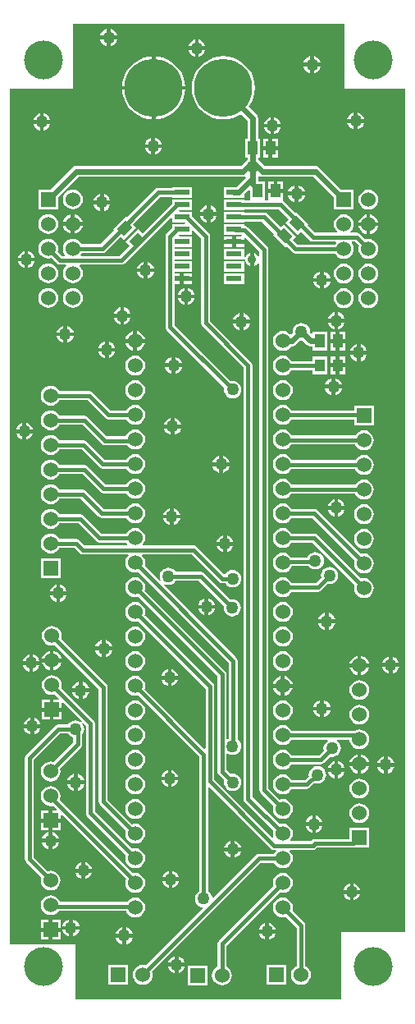
<source format=gtl>
G04*
G04 #@! TF.GenerationSoftware,Altium Limited,Altium Designer,19.1.8 (144)*
G04*
G04 Layer_Physical_Order=1*
G04 Layer_Color=255*
%FSLAX25Y25*%
%MOIN*%
G70*
G01*
G75*
%ADD13R,0.04134X0.05512*%
%ADD14R,0.04134X0.05118*%
G04:AMPARAMS|DCode=15|XSize=51.18mil|YSize=41.34mil|CornerRadius=0mil|HoleSize=0mil|Usage=FLASHONLY|Rotation=315.000|XOffset=0mil|YOffset=0mil|HoleType=Round|Shape=Rectangle|*
%AMROTATEDRECTD15*
4,1,4,-0.03271,0.00348,-0.00348,0.03271,0.03271,-0.00348,0.00348,-0.03271,-0.03271,0.00348,0.0*
%
%ADD15ROTATEDRECTD15*%

%ADD16R,0.06102X0.02362*%
G04:AMPARAMS|DCode=17|XSize=51.18mil|YSize=41.34mil|CornerRadius=0mil|HoleSize=0mil|Usage=FLASHONLY|Rotation=225.000|XOffset=0mil|YOffset=0mil|HoleType=Round|Shape=Rectangle|*
%AMROTATEDRECTD17*
4,1,4,0.00348,0.03271,0.03271,0.00348,-0.00348,-0.03271,-0.03271,-0.00348,0.00348,0.03271,0.0*
%
%ADD17ROTATEDRECTD17*%

%ADD30C,0.01575*%
%ADD31C,0.02362*%
%ADD32C,0.03150*%
%ADD33R,0.06000X0.06000*%
%ADD34C,0.06000*%
%ADD35R,0.06000X0.06000*%
%ADD36C,0.23622*%
%ADD37C,0.15748*%
%ADD38C,0.05000*%
%ADD39C,0.03543*%
G36*
X137795Y372047D02*
X162598D01*
Y29921D01*
X136614D01*
Y2362D01*
X28740D01*
Y24803D01*
X1969D01*
Y372047D01*
X27559D01*
Y398425D01*
X137795D01*
Y372047D01*
D02*
G37*
%LPC*%
G36*
X42913Y396340D02*
Y393701D01*
X45553D01*
X45536Y393827D01*
X45183Y394678D01*
X44622Y395410D01*
X43891Y395971D01*
X43040Y396323D01*
X42913Y396340D01*
D02*
G37*
G36*
X41339D02*
X41212Y396323D01*
X40361Y395971D01*
X39630Y395410D01*
X39069Y394678D01*
X38716Y393827D01*
X38699Y393701D01*
X41339D01*
Y396340D01*
D02*
G37*
G36*
X45553Y392126D02*
X42913D01*
Y389487D01*
X43040Y389504D01*
X43891Y389856D01*
X44622Y390417D01*
X45183Y391148D01*
X45536Y392000D01*
X45553Y392126D01*
D02*
G37*
G36*
X41339D02*
X38699D01*
X38716Y392000D01*
X39069Y391148D01*
X39630Y390417D01*
X40361Y389856D01*
X41212Y389504D01*
X41339Y389487D01*
Y392126D01*
D02*
G37*
G36*
X78740Y392009D02*
Y389370D01*
X81379D01*
X81363Y389496D01*
X81010Y390348D01*
X80449Y391079D01*
X79718Y391640D01*
X78866Y391993D01*
X78740Y392009D01*
D02*
G37*
G36*
X77165D02*
X77039Y391993D01*
X76188Y391640D01*
X75457Y391079D01*
X74896Y390348D01*
X74543Y389496D01*
X74526Y389370D01*
X77165D01*
Y392009D01*
D02*
G37*
G36*
X81379Y387795D02*
X78740D01*
Y385156D01*
X78866Y385173D01*
X79718Y385525D01*
X80449Y386087D01*
X81010Y386818D01*
X81363Y387669D01*
X81379Y387795D01*
D02*
G37*
G36*
X77165D02*
X74526D01*
X74543Y387669D01*
X74896Y386818D01*
X75457Y386087D01*
X76188Y385525D01*
X77039Y385173D01*
X77165Y385156D01*
Y387795D01*
D02*
G37*
G36*
X125591Y385316D02*
Y382677D01*
X128230D01*
X128213Y382803D01*
X127860Y383655D01*
X127299Y384386D01*
X126568Y384947D01*
X125717Y385300D01*
X125591Y385316D01*
D02*
G37*
G36*
X124016D02*
X123890Y385300D01*
X123038Y384947D01*
X122307Y384386D01*
X121746Y383655D01*
X121393Y382803D01*
X121377Y382677D01*
X124016D01*
Y385316D01*
D02*
G37*
G36*
X128230Y381102D02*
X125591D01*
Y378463D01*
X125717Y378480D01*
X126568Y378833D01*
X127299Y379394D01*
X127860Y380125D01*
X128213Y380976D01*
X128230Y381102D01*
D02*
G37*
G36*
X124016D02*
X121377D01*
X121393Y380976D01*
X121746Y380125D01*
X122307Y379394D01*
X123038Y378833D01*
X123890Y378480D01*
X124016Y378463D01*
Y381102D01*
D02*
G37*
G36*
X61134Y385289D02*
Y373287D01*
X73135D01*
X73039Y374510D01*
X72568Y376471D01*
X71797Y378334D01*
X70743Y380053D01*
X69433Y381587D01*
X67900Y382896D01*
X66180Y383950D01*
X64318Y384722D01*
X62357Y385192D01*
X61134Y385289D01*
D02*
G37*
G36*
X59559D02*
X58336Y385192D01*
X56375Y384722D01*
X54512Y383950D01*
X52793Y382896D01*
X51260Y381587D01*
X49950Y380053D01*
X48897Y378334D01*
X48125Y376471D01*
X47654Y374510D01*
X47558Y373287D01*
X59559D01*
Y385289D01*
D02*
G37*
G36*
X143307Y362482D02*
Y359842D01*
X145946D01*
X145930Y359969D01*
X145577Y360820D01*
X145016Y361551D01*
X144285Y362112D01*
X143433Y362465D01*
X143307Y362482D01*
D02*
G37*
G36*
X141732D02*
X141606Y362465D01*
X140755Y362112D01*
X140024Y361551D01*
X139462Y360820D01*
X139110Y359969D01*
X139093Y359842D01*
X141732D01*
Y362482D01*
D02*
G37*
G36*
X73135Y371713D02*
X61134D01*
Y359711D01*
X62357Y359808D01*
X64318Y360278D01*
X66180Y361050D01*
X67900Y362104D01*
X69433Y363413D01*
X70743Y364947D01*
X71797Y366666D01*
X72568Y368529D01*
X73039Y370490D01*
X73135Y371713D01*
D02*
G37*
G36*
X59559D02*
X47558D01*
X47654Y370490D01*
X48125Y368529D01*
X48897Y366666D01*
X49950Y364947D01*
X51260Y363413D01*
X52793Y362104D01*
X54512Y361050D01*
X56375Y360278D01*
X58336Y359808D01*
X59559Y359711D01*
Y371713D01*
D02*
G37*
G36*
X15748Y362088D02*
Y359449D01*
X18387D01*
X18371Y359575D01*
X18018Y360426D01*
X17457Y361158D01*
X16726Y361719D01*
X15874Y362071D01*
X15748Y362088D01*
D02*
G37*
G36*
X14173D02*
X14047Y362071D01*
X13195Y361719D01*
X12464Y361158D01*
X11903Y360426D01*
X11551Y359575D01*
X11534Y359449D01*
X14173D01*
Y362088D01*
D02*
G37*
G36*
X109449Y360513D02*
Y357874D01*
X112088D01*
X112071Y358000D01*
X111719Y358852D01*
X111158Y359583D01*
X110426Y360144D01*
X109575Y360496D01*
X109449Y360513D01*
D02*
G37*
G36*
X107874D02*
X107748Y360496D01*
X106896Y360144D01*
X106165Y359583D01*
X105604Y358852D01*
X105252Y358000D01*
X105235Y357874D01*
X107874D01*
Y360513D01*
D02*
G37*
G36*
X145946Y358268D02*
X143307D01*
Y355629D01*
X143433Y355645D01*
X144285Y355998D01*
X145016Y356559D01*
X145577Y357290D01*
X145930Y358141D01*
X145946Y358268D01*
D02*
G37*
G36*
X141732D02*
X139093D01*
X139110Y358141D01*
X139462Y357290D01*
X140024Y356559D01*
X140755Y355998D01*
X141606Y355645D01*
X141732Y355629D01*
Y358268D01*
D02*
G37*
G36*
X18387Y357874D02*
X15748D01*
Y355235D01*
X15874Y355252D01*
X16726Y355604D01*
X17457Y356165D01*
X18018Y356896D01*
X18371Y357748D01*
X18387Y357874D01*
D02*
G37*
G36*
X14173D02*
X11534D01*
X11551Y357748D01*
X11903Y356896D01*
X12464Y356165D01*
X13195Y355604D01*
X14047Y355252D01*
X14173Y355235D01*
Y357874D01*
D02*
G37*
G36*
X112088Y356299D02*
X109449D01*
Y353660D01*
X109575Y353677D01*
X110426Y354029D01*
X111158Y354590D01*
X111719Y355322D01*
X112071Y356173D01*
X112088Y356299D01*
D02*
G37*
G36*
X107874D02*
X105235D01*
X105252Y356173D01*
X105604Y355322D01*
X106165Y354590D01*
X106896Y354029D01*
X107748Y353677D01*
X107874Y353660D01*
Y356299D01*
D02*
G37*
G36*
X61024Y352245D02*
Y349606D01*
X63663D01*
X63646Y349733D01*
X63293Y350584D01*
X62732Y351315D01*
X62001Y351876D01*
X61150Y352229D01*
X61024Y352245D01*
D02*
G37*
G36*
X59449D02*
X59323Y352229D01*
X58471Y351876D01*
X57740Y351315D01*
X57179Y350584D01*
X56826Y349733D01*
X56810Y349606D01*
X59449D01*
Y352245D01*
D02*
G37*
G36*
X110941Y351787D02*
X108661D01*
Y348819D01*
X110941D01*
Y351787D01*
D02*
G37*
G36*
X107087D02*
X104807D01*
Y348819D01*
X107087D01*
Y351787D01*
D02*
G37*
G36*
X63663Y348031D02*
X61024D01*
Y345392D01*
X61150Y345409D01*
X62001Y345762D01*
X62732Y346323D01*
X63293Y347054D01*
X63646Y347905D01*
X63663Y348031D01*
D02*
G37*
G36*
X59449D02*
X56810D01*
X56826Y347905D01*
X57179Y347054D01*
X57740Y346323D01*
X58471Y345762D01*
X59323Y345409D01*
X59449Y345392D01*
Y348031D01*
D02*
G37*
G36*
X110941Y347244D02*
X108661D01*
Y344276D01*
X110941D01*
Y347244D01*
D02*
G37*
G36*
X107087D02*
X104807D01*
Y344276D01*
X107087D01*
Y347244D01*
D02*
G37*
G36*
X88693Y385351D02*
X86683Y385192D01*
X84722Y384722D01*
X82859Y383950D01*
X81139Y382896D01*
X79606Y381587D01*
X78297Y380053D01*
X77243Y378334D01*
X76471Y376471D01*
X76000Y374510D01*
X75842Y372500D01*
X76000Y370490D01*
X76471Y368529D01*
X77243Y366666D01*
X78297Y364947D01*
X79606Y363413D01*
X81139Y362104D01*
X82859Y361050D01*
X84722Y360278D01*
X86683Y359808D01*
X88693Y359649D01*
X90703Y359808D01*
X92664Y360278D01*
X94527Y361050D01*
X95825Y361846D01*
X98465Y359206D01*
Y351787D01*
X97524D01*
Y344276D01*
X98465D01*
Y343441D01*
X95831Y340807D01*
X28898D01*
X28898Y340807D01*
X28047Y340637D01*
X27325Y340155D01*
X27325Y340155D01*
X18414Y331244D01*
X13559D01*
Y323244D01*
X21559D01*
Y328099D01*
X29819Y336359D01*
X96752D01*
X96752Y336359D01*
X97603Y336528D01*
X97704Y336596D01*
X98023Y336208D01*
X94059Y332243D01*
X93110D01*
X92895Y332201D01*
X89059D01*
Y327839D01*
X92895D01*
X93110Y327796D01*
X94980D01*
X94980Y327796D01*
X95195Y327839D01*
X97161D01*
Y329056D01*
X99090Y330985D01*
X99590Y330778D01*
X99590Y326953D01*
X99136Y326842D01*
X97161D01*
Y327201D01*
X89059D01*
Y322839D01*
X97161D01*
Y323197D01*
X111233D01*
X115289Y319141D01*
X114032Y317884D01*
X119065Y312850D01*
X120323Y314108D01*
X122727Y311703D01*
X122727Y311703D01*
X123845Y310585D01*
X124436Y310190D01*
X125134Y310052D01*
X125134Y310052D01*
X134241D01*
X134487Y309552D01*
X134144Y309104D01*
X134063Y308909D01*
X118865D01*
X116994Y310780D01*
X118252Y312038D01*
X113219Y317071D01*
X111961Y315813D01*
X106466Y321308D01*
X105875Y321703D01*
X105177Y321842D01*
X105177Y321842D01*
X97161D01*
Y322201D01*
X89059D01*
Y317839D01*
X97161D01*
Y318197D01*
X104422D01*
X109384Y313236D01*
X108881Y312734D01*
X113915Y307700D01*
X114417Y308203D01*
X116822Y305798D01*
X116822Y305798D01*
X117413Y305403D01*
X118110Y305264D01*
X118110Y305264D01*
X134063D01*
X134144Y305069D01*
X134785Y304234D01*
X135620Y303593D01*
X136594Y303190D01*
X137638Y303052D01*
X138682Y303190D01*
X139655Y303593D01*
X140491Y304234D01*
X141132Y305069D01*
X141535Y306042D01*
X141672Y307087D01*
X141535Y308131D01*
X141132Y309104D01*
X140788Y309552D01*
X141035Y310052D01*
X142095D01*
X143822Y308326D01*
X143741Y308131D01*
X143603Y307087D01*
X143741Y306042D01*
X144144Y305069D01*
X144785Y304234D01*
X145621Y303593D01*
X146594Y303190D01*
X147638Y303052D01*
X148682Y303190D01*
X149655Y303593D01*
X150491Y304234D01*
X151132Y305069D01*
X151535Y306042D01*
X151672Y307087D01*
X151535Y308131D01*
X151132Y309104D01*
X150491Y309939D01*
X149655Y310581D01*
X148682Y310984D01*
X147638Y311121D01*
X146594Y310984D01*
X146399Y310903D01*
X144139Y313163D01*
X143548Y313558D01*
X142850Y313696D01*
X142850Y313696D01*
X140568D01*
X140407Y314170D01*
X140491Y314234D01*
X141132Y315069D01*
X141535Y316042D01*
X141672Y317087D01*
X141535Y318131D01*
X141132Y319104D01*
X140491Y319939D01*
X139655Y320581D01*
X138682Y320984D01*
X137638Y321121D01*
X136594Y320984D01*
X135620Y320581D01*
X134785Y319939D01*
X134144Y319104D01*
X133741Y318131D01*
X133603Y317087D01*
X133741Y316042D01*
X134144Y315069D01*
X134785Y314234D01*
X134868Y314170D01*
X134707Y313696D01*
X125889D01*
X125304Y314281D01*
X125304Y314281D01*
X122900Y316685D01*
X123402Y317188D01*
X118369Y322221D01*
X117867Y321719D01*
X113277Y326308D01*
X113040Y326466D01*
X113008Y326953D01*
X113008Y327089D01*
Y329921D01*
X109941D01*
X106874D01*
Y327342D01*
X106874Y326953D01*
X106420Y326842D01*
X106179D01*
X105724Y326953D01*
X105724Y327342D01*
Y334465D01*
X102913D01*
Y335728D01*
X102913Y335728D01*
X102913Y335728D01*
Y336503D01*
X103413Y336770D01*
X103775Y336528D01*
X104626Y336359D01*
X125221D01*
X133638Y327942D01*
Y323087D01*
X141638D01*
Y331087D01*
X136783D01*
X127714Y340155D01*
X126993Y340637D01*
X126142Y340807D01*
X126142Y340807D01*
X105547D01*
X102913Y343441D01*
Y344276D01*
X103657D01*
Y351787D01*
X102913D01*
Y360127D01*
X102913Y360127D01*
X102743Y360978D01*
X102261Y361700D01*
X102261Y361700D01*
X99055Y364906D01*
X99089Y364947D01*
X100143Y366666D01*
X100915Y368529D01*
X101385Y370490D01*
X101544Y372500D01*
X101385Y374510D01*
X100915Y376471D01*
X100143Y378334D01*
X99089Y380053D01*
X97780Y381587D01*
X96246Y382896D01*
X94527Y383950D01*
X92664Y384722D01*
X90703Y385192D01*
X88693Y385351D01*
D02*
G37*
G36*
X113008Y334465D02*
X110728D01*
Y331496D01*
X113008D01*
Y334465D01*
D02*
G37*
G36*
X109153D02*
X106874D01*
Y331496D01*
X109153D01*
Y334465D01*
D02*
G37*
G36*
X119291Y332954D02*
Y330315D01*
X121931D01*
X121914Y330441D01*
X121561Y331293D01*
X121000Y332024D01*
X120269Y332585D01*
X119418Y332938D01*
X119291Y332954D01*
D02*
G37*
G36*
X117717D02*
X117590Y332938D01*
X116739Y332585D01*
X116008Y332024D01*
X115447Y331293D01*
X115094Y330441D01*
X115077Y330315D01*
X117717D01*
Y332954D01*
D02*
G37*
G36*
X75902Y332201D02*
X67799D01*
Y331842D01*
X62303D01*
X61606Y331703D01*
X61014Y331308D01*
X61014Y331308D01*
X49456Y319750D01*
X48954Y320252D01*
X43921Y315219D01*
X44423Y314717D01*
X38773Y309067D01*
X31134D01*
X31053Y309261D01*
X30412Y310097D01*
X29576Y310738D01*
X28603Y311141D01*
X27559Y311279D01*
X26515Y311141D01*
X25542Y310738D01*
X24706Y310097D01*
X24065Y309261D01*
X23662Y308288D01*
X23525Y307244D01*
X23662Y306200D01*
X24065Y305227D01*
X24409Y304779D01*
X24162Y304279D01*
X23101D01*
X21375Y306005D01*
X21456Y306200D01*
X21594Y307244D01*
X21456Y308288D01*
X21053Y309261D01*
X20412Y310097D01*
X19576Y310738D01*
X18603Y311141D01*
X17559Y311279D01*
X16515Y311141D01*
X15542Y310738D01*
X14706Y310097D01*
X14065Y309261D01*
X13662Y308288D01*
X13524Y307244D01*
X13662Y306200D01*
X14065Y305227D01*
X14706Y304391D01*
X15542Y303750D01*
X16515Y303347D01*
X17559Y303210D01*
X18603Y303347D01*
X18798Y303428D01*
X21058Y301168D01*
X21058Y301168D01*
X21649Y300773D01*
X22346Y300634D01*
X22346Y300634D01*
X24629D01*
X24790Y300161D01*
X24706Y300097D01*
X24065Y299261D01*
X23662Y298288D01*
X23525Y297244D01*
X23662Y296200D01*
X24065Y295227D01*
X24706Y294391D01*
X25542Y293750D01*
X26515Y293347D01*
X27559Y293210D01*
X28603Y293347D01*
X29576Y293750D01*
X30412Y294391D01*
X31053Y295227D01*
X31456Y296200D01*
X31594Y297244D01*
X31456Y298288D01*
X31053Y299261D01*
X30412Y300097D01*
X30329Y300161D01*
X30489Y300634D01*
X47417D01*
X47417Y300634D01*
X48115Y300773D01*
X48706Y301168D01*
X53339Y305801D01*
X53408Y305732D01*
X58442Y310765D01*
X58372Y310834D01*
X67337Y319799D01*
X67799Y319608D01*
Y317839D01*
X73032D01*
X73130Y317701D01*
X72873Y317201D01*
X67799D01*
Y315416D01*
X65723Y313340D01*
X65328Y312749D01*
X65189Y312051D01*
X65189Y312051D01*
Y275508D01*
X65189Y275508D01*
X65328Y274811D01*
X65723Y274219D01*
X89100Y250842D01*
X88990Y250000D01*
X89110Y249086D01*
X89463Y248235D01*
X90023Y247504D01*
X90755Y246943D01*
X91606Y246590D01*
X92520Y246470D01*
X93433Y246590D01*
X94285Y246943D01*
X95016Y247504D01*
X95577Y248235D01*
X95930Y249086D01*
X96050Y250000D01*
X95930Y250914D01*
X95577Y251765D01*
X95016Y252496D01*
X94285Y253057D01*
X93433Y253410D01*
X92520Y253530D01*
X91678Y253419D01*
X68834Y276263D01*
Y292839D01*
X71063D01*
Y295020D01*
Y297201D01*
X68834D01*
Y297839D01*
X75902D01*
Y302201D01*
X68834D01*
Y302839D01*
X75902D01*
Y307201D01*
X68834D01*
Y307839D01*
X75902D01*
Y312201D01*
X70828D01*
X70570Y312701D01*
X70669Y312839D01*
X75902D01*
Y314608D01*
X76363Y314799D01*
X79772Y311391D01*
Y276969D01*
X79772Y276969D01*
X79911Y276271D01*
X80306Y275680D01*
X96898Y259088D01*
X96898Y83917D01*
X96898Y83917D01*
X97037Y83220D01*
X97432Y82629D01*
X109077Y70983D01*
X108997Y70788D01*
X108859Y69744D01*
X108997Y68700D01*
X109068Y68527D01*
X108644Y68244D01*
X85106Y91782D01*
Y129354D01*
X85106Y129354D01*
X84967Y130052D01*
X84572Y130643D01*
X56710Y158505D01*
X56791Y158700D01*
X56928Y159744D01*
X56791Y160788D01*
X56388Y161761D01*
X55747Y162597D01*
X54911Y163238D01*
X53938Y163641D01*
X52894Y163779D01*
X51850Y163641D01*
X50876Y163238D01*
X50041Y162597D01*
X49400Y161761D01*
X48997Y160788D01*
X48859Y159744D01*
X48997Y158700D01*
X49400Y157727D01*
X50041Y156891D01*
X50876Y156250D01*
X51850Y155847D01*
X52894Y155710D01*
X53938Y155847D01*
X54133Y155928D01*
X81461Y128600D01*
Y104407D01*
X80999Y104216D01*
X56710Y128505D01*
X56791Y128700D01*
X56928Y129744D01*
X56791Y130788D01*
X56388Y131761D01*
X55747Y132597D01*
X54911Y133238D01*
X53938Y133641D01*
X52894Y133779D01*
X51850Y133641D01*
X50876Y133238D01*
X50041Y132597D01*
X49400Y131761D01*
X48997Y130788D01*
X48859Y129744D01*
X48997Y128700D01*
X49400Y127727D01*
X50041Y126891D01*
X50876Y126250D01*
X51850Y125847D01*
X52894Y125710D01*
X53938Y125847D01*
X54133Y125928D01*
X78886Y101174D01*
Y46320D01*
X78212Y45803D01*
X77651Y45072D01*
X77299Y44221D01*
X77179Y43307D01*
X77299Y42393D01*
X77651Y41542D01*
X78212Y40811D01*
X78944Y40250D01*
X79795Y39897D01*
X80131Y39853D01*
X80311Y39325D01*
X57204Y16218D01*
X57009Y16299D01*
X55965Y16436D01*
X54920Y16299D01*
X53947Y15896D01*
X53112Y15254D01*
X52471Y14419D01*
X52068Y13446D01*
X51930Y12402D01*
X52068Y11357D01*
X52471Y10384D01*
X53112Y9549D01*
X53947Y8908D01*
X54920Y8505D01*
X55965Y8367D01*
X57009Y8505D01*
X57982Y8908D01*
X58817Y9549D01*
X59459Y10384D01*
X59862Y11357D01*
X59999Y12402D01*
X59862Y13446D01*
X59781Y13641D01*
X104062Y57922D01*
X109319D01*
X109400Y57727D01*
X110041Y56891D01*
X110876Y56250D01*
X111849Y55847D01*
X112894Y55710D01*
X113938Y55847D01*
X114911Y56250D01*
X115746Y56891D01*
X116388Y57727D01*
X116791Y58700D01*
X116928Y59744D01*
X116791Y60788D01*
X116388Y61761D01*
X115746Y62597D01*
X115663Y62661D01*
X115824Y63134D01*
X125148D01*
X125148Y63134D01*
X125845Y63273D01*
X126436Y63668D01*
X126745Y63977D01*
X141783D01*
X141783Y63977D01*
X141960Y64012D01*
X147996D01*
Y72012D01*
X139996D01*
Y67622D01*
X125990D01*
X125293Y67483D01*
X124701Y67088D01*
X124701Y67088D01*
X124393Y66779D01*
X116291D01*
X116044Y67279D01*
X116388Y67727D01*
X116791Y68700D01*
X116928Y69744D01*
X116791Y70788D01*
X116388Y71761D01*
X115746Y72597D01*
X114911Y73238D01*
X113938Y73641D01*
X112894Y73779D01*
X111849Y73641D01*
X111655Y73560D01*
X100543Y84672D01*
X100543Y259842D01*
X100543Y259842D01*
X100404Y260540D01*
X100009Y261131D01*
X100009Y261131D01*
X83417Y277723D01*
Y312146D01*
X83417Y312146D01*
X83278Y312843D01*
X82883Y313434D01*
X82883Y313434D01*
X75902Y320416D01*
Y322201D01*
X70828D01*
X70570Y322701D01*
X70669Y322839D01*
X75902D01*
Y327201D01*
X67799D01*
Y325416D01*
X55795Y313412D01*
X54104Y315102D01*
X49071Y310069D01*
X50762Y308378D01*
X46662Y304279D01*
X30956D01*
X30709Y304779D01*
X31053Y305227D01*
X31134Y305422D01*
X39527D01*
X39528Y305422D01*
X40225Y305560D01*
X40816Y305955D01*
X47000Y312140D01*
X48258Y310882D01*
X53291Y315915D01*
X52034Y317173D01*
X63058Y328197D01*
X67799D01*
Y327839D01*
X75902D01*
Y332201D01*
D02*
G37*
G36*
X40157Y329411D02*
Y326772D01*
X42797D01*
X42780Y326898D01*
X42427Y327749D01*
X41866Y328481D01*
X41135Y329042D01*
X40284Y329394D01*
X40157Y329411D01*
D02*
G37*
G36*
X38583D02*
X38456Y329394D01*
X37605Y329042D01*
X36874Y328481D01*
X36313Y327749D01*
X35960Y326898D01*
X35943Y326772D01*
X38583D01*
Y329411D01*
D02*
G37*
G36*
X121931Y328740D02*
X119291D01*
Y326101D01*
X119418Y326118D01*
X120269Y326470D01*
X121000Y327031D01*
X121561Y327763D01*
X121914Y328614D01*
X121931Y328740D01*
D02*
G37*
G36*
X117717D02*
X115077D01*
X115094Y328614D01*
X115447Y327763D01*
X116008Y327031D01*
X116739Y326470D01*
X117590Y326118D01*
X117717Y326101D01*
Y328740D01*
D02*
G37*
G36*
X27559Y331279D02*
X26515Y331141D01*
X25542Y330738D01*
X24706Y330097D01*
X24065Y329261D01*
X23662Y328288D01*
X23525Y327244D01*
X23662Y326200D01*
X24065Y325227D01*
X24706Y324391D01*
X25542Y323750D01*
X26515Y323347D01*
X27559Y323210D01*
X28603Y323347D01*
X29576Y323750D01*
X30412Y324391D01*
X31053Y325227D01*
X31456Y326200D01*
X31594Y327244D01*
X31456Y328288D01*
X31053Y329261D01*
X30412Y330097D01*
X29576Y330738D01*
X28603Y331141D01*
X27559Y331279D01*
D02*
G37*
G36*
X147638Y331121D02*
X146594Y330984D01*
X145621Y330581D01*
X144785Y329939D01*
X144144Y329104D01*
X143741Y328131D01*
X143603Y327087D01*
X143741Y326042D01*
X144144Y325069D01*
X144785Y324234D01*
X145621Y323593D01*
X146594Y323190D01*
X147638Y323052D01*
X148682Y323190D01*
X149655Y323593D01*
X150491Y324234D01*
X151132Y325069D01*
X151535Y326042D01*
X151672Y327087D01*
X151535Y328131D01*
X151132Y329104D01*
X150491Y329939D01*
X149655Y330581D01*
X148682Y330984D01*
X147638Y331121D01*
D02*
G37*
G36*
X42797Y325197D02*
X40157D01*
Y322558D01*
X40284Y322574D01*
X41135Y322927D01*
X41866Y323488D01*
X42427Y324219D01*
X42780Y325071D01*
X42797Y325197D01*
D02*
G37*
G36*
X38583D02*
X35943D01*
X35960Y325071D01*
X36313Y324219D01*
X36874Y323488D01*
X37605Y322927D01*
X38456Y322574D01*
X38583Y322558D01*
Y325197D01*
D02*
G37*
G36*
X83465Y324686D02*
Y322047D01*
X86104D01*
X86087Y322174D01*
X85734Y323025D01*
X85173Y323756D01*
X84442Y324317D01*
X83591Y324670D01*
X83465Y324686D01*
D02*
G37*
G36*
X81890D02*
X81763Y324670D01*
X80912Y324317D01*
X80181Y323756D01*
X79620Y323025D01*
X79267Y322174D01*
X79251Y322047D01*
X81890D01*
Y324686D01*
D02*
G37*
G36*
X28346Y321175D02*
Y318032D01*
X31490D01*
X31456Y318288D01*
X31053Y319261D01*
X30412Y320097D01*
X29576Y320738D01*
X28603Y321141D01*
X28346Y321175D01*
D02*
G37*
G36*
X26772D02*
X26515Y321141D01*
X25542Y320738D01*
X24706Y320097D01*
X24065Y319261D01*
X23662Y318288D01*
X23628Y318032D01*
X26772D01*
Y321175D01*
D02*
G37*
G36*
X148425Y321018D02*
Y317874D01*
X151569D01*
X151535Y318131D01*
X151132Y319104D01*
X150491Y319939D01*
X149655Y320581D01*
X148682Y320984D01*
X148425Y321018D01*
D02*
G37*
G36*
X146850D02*
X146594Y320984D01*
X145621Y320581D01*
X144785Y319939D01*
X144144Y319104D01*
X143741Y318131D01*
X143707Y317874D01*
X146850D01*
Y321018D01*
D02*
G37*
G36*
X86104Y320472D02*
X83465D01*
Y317833D01*
X83591Y317850D01*
X84442Y318203D01*
X85173Y318764D01*
X85734Y319495D01*
X86087Y320346D01*
X86104Y320472D01*
D02*
G37*
G36*
X81890D02*
X79251D01*
X79267Y320346D01*
X79620Y319495D01*
X80181Y318764D01*
X80912Y318203D01*
X81763Y317850D01*
X81890Y317833D01*
Y320472D01*
D02*
G37*
G36*
X26772Y316457D02*
X23628D01*
X23662Y316200D01*
X24065Y315227D01*
X24706Y314391D01*
X25542Y313750D01*
X26515Y313347D01*
X26772Y313313D01*
Y316457D01*
D02*
G37*
G36*
X31490D02*
X28346D01*
Y313313D01*
X28603Y313347D01*
X29576Y313750D01*
X30412Y314391D01*
X31053Y315227D01*
X31456Y316200D01*
X31490Y316457D01*
D02*
G37*
G36*
X17559Y321279D02*
X16515Y321141D01*
X15542Y320738D01*
X14706Y320097D01*
X14065Y319261D01*
X13662Y318288D01*
X13524Y317244D01*
X13662Y316200D01*
X14065Y315227D01*
X14706Y314391D01*
X15542Y313750D01*
X16515Y313347D01*
X17559Y313210D01*
X18603Y313347D01*
X19576Y313750D01*
X20412Y314391D01*
X21053Y315227D01*
X21456Y316200D01*
X21594Y317244D01*
X21456Y318288D01*
X21053Y319261D01*
X20412Y320097D01*
X19576Y320738D01*
X18603Y321141D01*
X17559Y321279D01*
D02*
G37*
G36*
X151569Y316299D02*
X148425D01*
Y313156D01*
X148682Y313190D01*
X149655Y313593D01*
X150491Y314234D01*
X151132Y315069D01*
X151535Y316042D01*
X151569Y316299D01*
D02*
G37*
G36*
X146850D02*
X143707D01*
X143741Y316042D01*
X144144Y315069D01*
X144785Y314234D01*
X145621Y313593D01*
X146594Y313190D01*
X146850Y313156D01*
Y316299D01*
D02*
G37*
G36*
X92323Y312201D02*
X89059D01*
Y310807D01*
X92323D01*
Y312201D01*
D02*
G37*
G36*
X97161Y309232D02*
X93898D01*
Y307839D01*
X97161D01*
Y309232D01*
D02*
G37*
G36*
X92323D02*
X89059D01*
Y307839D01*
X92323D01*
Y309232D01*
D02*
G37*
G36*
X97161Y317201D02*
X89059D01*
Y312839D01*
X93328D01*
X93504Y312804D01*
X93504Y312804D01*
X96187D01*
X96255Y312701D01*
X95988Y312201D01*
X93898D01*
Y310807D01*
X97161D01*
Y311518D01*
X97623Y311709D01*
X103394Y305938D01*
Y304062D01*
X102894Y303962D01*
X102815Y304154D01*
X102371Y304733D01*
X101792Y305177D01*
X101181Y305430D01*
Y302756D01*
Y300082D01*
X101792Y300335D01*
X102371Y300779D01*
X102815Y301358D01*
X102894Y301550D01*
X103394Y301450D01*
X103394Y87421D01*
X103394Y87421D01*
X103533Y86724D01*
X103928Y86133D01*
X109077Y80983D01*
X108997Y80788D01*
X108859Y79744D01*
X108997Y78700D01*
X109400Y77727D01*
X110041Y76891D01*
X110876Y76250D01*
X111849Y75847D01*
X112894Y75710D01*
X113938Y75847D01*
X114911Y76250D01*
X115746Y76891D01*
X116388Y77727D01*
X116791Y78700D01*
X116928Y79744D01*
X116791Y80788D01*
X116388Y81761D01*
X115746Y82597D01*
X114911Y83238D01*
X113938Y83641D01*
X112894Y83779D01*
X111849Y83641D01*
X111655Y83560D01*
X107039Y88176D01*
X107039Y306693D01*
X107039Y306693D01*
X106900Y307390D01*
X106505Y307982D01*
X106505Y307982D01*
X98572Y315915D01*
X97981Y316310D01*
X97284Y316448D01*
X97161Y316922D01*
Y317201D01*
D02*
G37*
G36*
X9449Y306183D02*
Y303543D01*
X12088D01*
X12071Y303670D01*
X11719Y304521D01*
X11158Y305252D01*
X10426Y305813D01*
X9575Y306166D01*
X9449Y306183D01*
D02*
G37*
G36*
X7874D02*
X7748Y306166D01*
X6896Y305813D01*
X6165Y305252D01*
X5604Y304521D01*
X5252Y303670D01*
X5235Y303543D01*
X7874D01*
Y306183D01*
D02*
G37*
G36*
X97161Y307201D02*
X89059D01*
Y302839D01*
X96990D01*
X96990Y302839D01*
X97454Y302749D01*
X97655Y302320D01*
X97693Y302032D01*
X97973Y301358D01*
X98417Y300779D01*
X98996Y300335D01*
X99606Y300082D01*
Y302756D01*
Y305430D01*
X98996Y305177D01*
X98417Y304733D01*
X97973Y304154D01*
X97765Y303652D01*
X97544Y303244D01*
X97544D01*
Y303244D01*
X97162Y303269D01*
X97161Y303275D01*
X97161Y303326D01*
Y307201D01*
D02*
G37*
G36*
X12088Y301969D02*
X9449D01*
Y299329D01*
X9575Y299346D01*
X10426Y299699D01*
X11158Y300260D01*
X11719Y300991D01*
X12071Y301842D01*
X12088Y301969D01*
D02*
G37*
G36*
X7874D02*
X5235D01*
X5252Y301842D01*
X5604Y300991D01*
X6165Y300260D01*
X6896Y299699D01*
X7748Y299346D01*
X7874Y299329D01*
Y301969D01*
D02*
G37*
G36*
X57874Y301852D02*
Y299213D01*
X60513D01*
X60496Y299339D01*
X60144Y300190D01*
X59583Y300921D01*
X58852Y301482D01*
X58000Y301835D01*
X57874Y301852D01*
D02*
G37*
G36*
X56299D02*
X56173Y301835D01*
X55322Y301482D01*
X54590Y300921D01*
X54029Y300190D01*
X53677Y299339D01*
X53660Y299213D01*
X56299D01*
Y301852D01*
D02*
G37*
G36*
X97161Y302201D02*
X89059D01*
Y297839D01*
X97161D01*
Y302201D01*
D02*
G37*
G36*
X75902Y297201D02*
X72638D01*
Y295807D01*
X75902D01*
Y297201D01*
D02*
G37*
G36*
X129528Y297915D02*
Y295276D01*
X132167D01*
X132150Y295402D01*
X131797Y296253D01*
X131236Y296984D01*
X130505Y297545D01*
X129654Y297898D01*
X129528Y297915D01*
D02*
G37*
G36*
X127953D02*
X127826Y297898D01*
X126975Y297545D01*
X126244Y296984D01*
X125683Y296253D01*
X125330Y295402D01*
X125314Y295276D01*
X127953D01*
Y297915D01*
D02*
G37*
G36*
X60513Y297638D02*
X57874D01*
Y294999D01*
X58000Y295015D01*
X58852Y295368D01*
X59583Y295929D01*
X60144Y296660D01*
X60496Y297512D01*
X60513Y297638D01*
D02*
G37*
G36*
X56299D02*
X53660D01*
X53677Y297512D01*
X54029Y296660D01*
X54590Y295929D01*
X55322Y295368D01*
X56173Y295015D01*
X56299Y294999D01*
Y297638D01*
D02*
G37*
G36*
X17559Y301279D02*
X16515Y301141D01*
X15542Y300738D01*
X14706Y300097D01*
X14065Y299261D01*
X13662Y298288D01*
X13524Y297244D01*
X13662Y296200D01*
X14065Y295227D01*
X14706Y294391D01*
X15542Y293750D01*
X16515Y293347D01*
X17559Y293210D01*
X18603Y293347D01*
X19576Y293750D01*
X20412Y294391D01*
X21053Y295227D01*
X21456Y296200D01*
X21594Y297244D01*
X21456Y298288D01*
X21053Y299261D01*
X20412Y300097D01*
X19576Y300738D01*
X18603Y301141D01*
X17559Y301279D01*
D02*
G37*
G36*
X147638Y301121D02*
X146594Y300984D01*
X145621Y300581D01*
X144785Y299939D01*
X144144Y299104D01*
X143741Y298131D01*
X143603Y297087D01*
X143741Y296042D01*
X144144Y295069D01*
X144785Y294234D01*
X145621Y293593D01*
X146594Y293190D01*
X147638Y293052D01*
X148682Y293190D01*
X149655Y293593D01*
X150491Y294234D01*
X151132Y295069D01*
X151535Y296042D01*
X151672Y297087D01*
X151535Y298131D01*
X151132Y299104D01*
X150491Y299939D01*
X149655Y300581D01*
X148682Y300984D01*
X147638Y301121D01*
D02*
G37*
G36*
X137638D02*
X136594Y300984D01*
X135620Y300581D01*
X134785Y299939D01*
X134144Y299104D01*
X133741Y298131D01*
X133603Y297087D01*
X133741Y296042D01*
X134144Y295069D01*
X134785Y294234D01*
X135620Y293593D01*
X136594Y293190D01*
X137638Y293052D01*
X138682Y293190D01*
X139655Y293593D01*
X140491Y294234D01*
X141132Y295069D01*
X141535Y296042D01*
X141672Y297087D01*
X141535Y298131D01*
X141132Y299104D01*
X140491Y299939D01*
X139655Y300581D01*
X138682Y300984D01*
X137638Y301121D01*
D02*
G37*
G36*
X97161Y297201D02*
X89059D01*
Y292839D01*
X97161D01*
Y297201D01*
D02*
G37*
G36*
X75902Y294232D02*
X72638D01*
Y292839D01*
X75902D01*
Y294232D01*
D02*
G37*
G36*
X132167Y293701D02*
X129528D01*
Y291062D01*
X129654Y291078D01*
X130505Y291431D01*
X131236Y291992D01*
X131797Y292723D01*
X132150Y293575D01*
X132167Y293701D01*
D02*
G37*
G36*
X127953D02*
X125314D01*
X125330Y293575D01*
X125683Y292723D01*
X126244Y291992D01*
X126975Y291431D01*
X127826Y291078D01*
X127953Y291062D01*
Y293701D01*
D02*
G37*
G36*
X74410Y291222D02*
Y288583D01*
X77049D01*
X77032Y288709D01*
X76679Y289560D01*
X76118Y290292D01*
X75387Y290852D01*
X74536Y291205D01*
X74410Y291222D01*
D02*
G37*
G36*
X72835D02*
X72708Y291205D01*
X71857Y290852D01*
X71126Y290292D01*
X70565Y289560D01*
X70212Y288709D01*
X70196Y288583D01*
X72835D01*
Y291222D01*
D02*
G37*
G36*
X77049Y287008D02*
X74410D01*
Y284369D01*
X74536Y284385D01*
X75387Y284738D01*
X76118Y285299D01*
X76679Y286030D01*
X77032Y286882D01*
X77049Y287008D01*
D02*
G37*
G36*
X72835D02*
X70196D01*
X70212Y286882D01*
X70565Y286030D01*
X71126Y285299D01*
X71857Y284738D01*
X72708Y284385D01*
X72835Y284369D01*
Y287008D01*
D02*
G37*
G36*
X27559Y291279D02*
X26515Y291141D01*
X25542Y290738D01*
X24706Y290097D01*
X24065Y289261D01*
X23662Y288288D01*
X23525Y287244D01*
X23662Y286200D01*
X24065Y285227D01*
X24706Y284391D01*
X25542Y283750D01*
X26515Y283347D01*
X27559Y283210D01*
X28603Y283347D01*
X29576Y283750D01*
X30412Y284391D01*
X31053Y285227D01*
X31456Y286200D01*
X31594Y287244D01*
X31456Y288288D01*
X31053Y289261D01*
X30412Y290097D01*
X29576Y290738D01*
X28603Y291141D01*
X27559Y291279D01*
D02*
G37*
G36*
X17559D02*
X16515Y291141D01*
X15542Y290738D01*
X14706Y290097D01*
X14065Y289261D01*
X13662Y288288D01*
X13524Y287244D01*
X13662Y286200D01*
X14065Y285227D01*
X14706Y284391D01*
X15542Y283750D01*
X16515Y283347D01*
X17559Y283210D01*
X18603Y283347D01*
X19576Y283750D01*
X20412Y284391D01*
X21053Y285227D01*
X21456Y286200D01*
X21594Y287244D01*
X21456Y288288D01*
X21053Y289261D01*
X20412Y290097D01*
X19576Y290738D01*
X18603Y291141D01*
X17559Y291279D01*
D02*
G37*
G36*
X147638Y291121D02*
X146594Y290984D01*
X145621Y290581D01*
X144785Y289939D01*
X144144Y289104D01*
X143741Y288131D01*
X143603Y287087D01*
X143741Y286042D01*
X144144Y285069D01*
X144785Y284234D01*
X145621Y283593D01*
X146594Y283190D01*
X147638Y283052D01*
X148682Y283190D01*
X149655Y283593D01*
X150491Y284234D01*
X151132Y285069D01*
X151535Y286042D01*
X151672Y287087D01*
X151535Y288131D01*
X151132Y289104D01*
X150491Y289939D01*
X149655Y290581D01*
X148682Y290984D01*
X147638Y291121D01*
D02*
G37*
G36*
X137638D02*
X136594Y290984D01*
X135620Y290581D01*
X134785Y289939D01*
X134144Y289104D01*
X133741Y288131D01*
X133603Y287087D01*
X133741Y286042D01*
X134144Y285069D01*
X134785Y284234D01*
X135620Y283593D01*
X136594Y283190D01*
X137638Y283052D01*
X138682Y283190D01*
X139655Y283593D01*
X140491Y284234D01*
X141132Y285069D01*
X141535Y286042D01*
X141672Y287087D01*
X141535Y288131D01*
X141132Y289104D01*
X140491Y289939D01*
X139655Y290581D01*
X138682Y290984D01*
X137638Y291121D01*
D02*
G37*
G36*
X48425Y283348D02*
Y280709D01*
X51064D01*
X51048Y280835D01*
X50695Y281686D01*
X50134Y282417D01*
X49403Y282979D01*
X48551Y283331D01*
X48425Y283348D01*
D02*
G37*
G36*
X46850D02*
X46724Y283331D01*
X45873Y282979D01*
X45142Y282417D01*
X44581Y281686D01*
X44228Y280835D01*
X44211Y280709D01*
X46850D01*
Y283348D01*
D02*
G37*
G36*
X135433Y281379D02*
Y278740D01*
X138072D01*
X138056Y278866D01*
X137703Y279718D01*
X137142Y280449D01*
X136411Y281010D01*
X135559Y281363D01*
X135433Y281379D01*
D02*
G37*
G36*
X133858D02*
X133732Y281363D01*
X132881Y281010D01*
X132149Y280449D01*
X131588Y279718D01*
X131236Y278866D01*
X131219Y278740D01*
X133858D01*
Y281379D01*
D02*
G37*
G36*
X96850Y280986D02*
Y278346D01*
X99489D01*
X99473Y278473D01*
X99120Y279324D01*
X98559Y280055D01*
X97828Y280616D01*
X96977Y280969D01*
X96850Y280986D01*
D02*
G37*
G36*
X95276D02*
X95149Y280969D01*
X94298Y280616D01*
X93567Y280055D01*
X93006Y279324D01*
X92653Y278473D01*
X92637Y278346D01*
X95276D01*
Y280986D01*
D02*
G37*
G36*
X51064Y279134D02*
X48425D01*
Y276495D01*
X48551Y276511D01*
X49403Y276864D01*
X50134Y277425D01*
X50695Y278156D01*
X51048Y279008D01*
X51064Y279134D01*
D02*
G37*
G36*
X46850D02*
X44211D01*
X44228Y279008D01*
X44581Y278156D01*
X45142Y277425D01*
X45873Y276864D01*
X46724Y276511D01*
X46850Y276495D01*
Y279134D01*
D02*
G37*
G36*
X138072Y277165D02*
X135433D01*
Y274526D01*
X135559Y274543D01*
X136411Y274896D01*
X137142Y275457D01*
X137703Y276188D01*
X138056Y277039D01*
X138072Y277165D01*
D02*
G37*
G36*
X133858D02*
X131219D01*
X131236Y277039D01*
X131588Y276188D01*
X132149Y275457D01*
X132881Y274896D01*
X133732Y274543D01*
X133858Y274526D01*
Y277165D01*
D02*
G37*
G36*
X99489Y276772D02*
X96850D01*
Y274132D01*
X96977Y274149D01*
X97828Y274502D01*
X98559Y275063D01*
X99120Y275794D01*
X99473Y276645D01*
X99489Y276772D01*
D02*
G37*
G36*
X95276D02*
X92637D01*
X92653Y276645D01*
X93006Y275794D01*
X93567Y275063D01*
X94298Y274502D01*
X95149Y274149D01*
X95276Y274132D01*
Y276772D01*
D02*
G37*
G36*
X25197Y275868D02*
Y273228D01*
X27836D01*
X27819Y273355D01*
X27467Y274206D01*
X26906Y274937D01*
X26175Y275498D01*
X25323Y275851D01*
X25197Y275868D01*
D02*
G37*
G36*
X23622D02*
X23496Y275851D01*
X22644Y275498D01*
X21913Y274937D01*
X21352Y274206D01*
X21000Y273355D01*
X20983Y273228D01*
X23622D01*
Y275868D01*
D02*
G37*
G36*
X120423Y276995D02*
X119510Y276874D01*
X118658Y276522D01*
X117927Y275961D01*
X117366Y275230D01*
X117013Y274378D01*
X116893Y273465D01*
X116938Y273124D01*
X116303Y272489D01*
X115804Y272522D01*
X115746Y272597D01*
X114911Y273238D01*
X113938Y273641D01*
X112894Y273779D01*
X111849Y273641D01*
X110876Y273238D01*
X110041Y272597D01*
X109400Y271761D01*
X108997Y270788D01*
X108859Y269744D01*
X108997Y268700D01*
X109400Y267727D01*
X110041Y266891D01*
X110876Y266250D01*
X111849Y265847D01*
X112894Y265710D01*
X113938Y265847D01*
X114911Y266250D01*
X115746Y266891D01*
X116207Y267491D01*
X116673D01*
X116673Y267491D01*
X117524Y267660D01*
X118246Y268142D01*
X118246Y268142D01*
X120083Y269979D01*
X120423Y269934D01*
X120764Y269979D01*
X122601Y268142D01*
X122601Y268142D01*
X123322Y267660D01*
X124173Y267491D01*
X124173Y267491D01*
X124886D01*
Y265929D01*
X131020D01*
Y273441D01*
X124886D01*
Y272800D01*
X124424Y272609D01*
X123909Y273124D01*
X123953Y273465D01*
X123833Y274378D01*
X123480Y275230D01*
X122919Y275961D01*
X122188Y276522D01*
X121337Y276874D01*
X120423Y276995D01*
D02*
G37*
G36*
X53681Y273675D02*
Y270532D01*
X56825D01*
X56791Y270788D01*
X56388Y271761D01*
X55747Y272597D01*
X54911Y273238D01*
X53938Y273641D01*
X53681Y273675D01*
D02*
G37*
G36*
X52106D02*
X51850Y273641D01*
X50876Y273238D01*
X50041Y272597D01*
X49400Y271761D01*
X48997Y270788D01*
X48963Y270532D01*
X52106D01*
Y273675D01*
D02*
G37*
G36*
X138303Y273441D02*
X136024D01*
Y270472D01*
X138303D01*
Y273441D01*
D02*
G37*
G36*
X134449D02*
X132169D01*
Y270472D01*
X134449D01*
Y273441D01*
D02*
G37*
G36*
X27836Y271654D02*
X25197D01*
Y269014D01*
X25323Y269031D01*
X26175Y269384D01*
X26906Y269945D01*
X27467Y270676D01*
X27819Y271527D01*
X27836Y271654D01*
D02*
G37*
G36*
X23622D02*
X20983D01*
X21000Y271527D01*
X21352Y270676D01*
X21913Y269945D01*
X22644Y269384D01*
X23496Y269031D01*
X23622Y269014D01*
Y271654D01*
D02*
G37*
G36*
X42126Y269568D02*
Y266929D01*
X44765D01*
X44748Y267055D01*
X44396Y267907D01*
X43835Y268638D01*
X43104Y269199D01*
X42252Y269552D01*
X42126Y269568D01*
D02*
G37*
G36*
X40551D02*
X40425Y269552D01*
X39573Y269199D01*
X38842Y268638D01*
X38281Y267907D01*
X37929Y267055D01*
X37912Y266929D01*
X40551D01*
Y269568D01*
D02*
G37*
G36*
X138303Y268898D02*
X136024D01*
Y265929D01*
X138303D01*
Y268898D01*
D02*
G37*
G36*
X134449D02*
X132169D01*
Y265929D01*
X134449D01*
Y268898D01*
D02*
G37*
G36*
X56825Y268957D02*
X53681D01*
Y265813D01*
X53938Y265847D01*
X54911Y266250D01*
X55747Y266891D01*
X56388Y267727D01*
X56791Y268700D01*
X56825Y268957D01*
D02*
G37*
G36*
X52106D02*
X48963D01*
X48997Y268700D01*
X49400Y267727D01*
X50041Y266891D01*
X50876Y266250D01*
X51850Y265847D01*
X52106Y265813D01*
Y268957D01*
D02*
G37*
G36*
X144488Y268387D02*
Y265748D01*
X147127D01*
X147111Y265874D01*
X146758Y266726D01*
X146197Y267457D01*
X145466Y268018D01*
X144615Y268371D01*
X144488Y268387D01*
D02*
G37*
G36*
X142913D02*
X142787Y268371D01*
X141936Y268018D01*
X141205Y267457D01*
X140644Y266726D01*
X140291Y265874D01*
X140274Y265748D01*
X142913D01*
Y268387D01*
D02*
G37*
G36*
X44765Y265354D02*
X42126D01*
Y262715D01*
X42252Y262732D01*
X43104Y263085D01*
X43835Y263646D01*
X44396Y264377D01*
X44748Y265228D01*
X44765Y265354D01*
D02*
G37*
G36*
X40551D02*
X37912D01*
X37929Y265228D01*
X38281Y264377D01*
X38842Y263646D01*
X39573Y263085D01*
X40425Y262732D01*
X40551Y262715D01*
Y265354D01*
D02*
G37*
G36*
X147127Y264173D02*
X144488D01*
Y261534D01*
X144615Y261551D01*
X145466Y261903D01*
X146197Y262464D01*
X146758Y263195D01*
X147111Y264047D01*
X147127Y264173D01*
D02*
G37*
G36*
X142913D02*
X140274D01*
X140291Y264047D01*
X140644Y263195D01*
X141205Y262464D01*
X141936Y261903D01*
X142787Y261551D01*
X142913Y261534D01*
Y264173D01*
D02*
G37*
G36*
X138303Y263402D02*
X136024D01*
Y260630D01*
X138303D01*
Y263402D01*
D02*
G37*
G36*
X69291Y263269D02*
Y260630D01*
X71930D01*
X71914Y260756D01*
X71561Y261608D01*
X71000Y262339D01*
X70269Y262900D01*
X69418Y263252D01*
X69291Y263269D01*
D02*
G37*
G36*
X67716D02*
X67590Y263252D01*
X66739Y262900D01*
X66008Y262339D01*
X65447Y261608D01*
X65094Y260756D01*
X65077Y260630D01*
X67716D01*
Y263269D01*
D02*
G37*
G36*
X134449Y263402D02*
X132169D01*
Y260630D01*
X134449D01*
Y263402D01*
D02*
G37*
G36*
X71930Y259055D02*
X69291D01*
Y256416D01*
X69418Y256433D01*
X70269Y256785D01*
X71000Y257346D01*
X71561Y258077D01*
X71914Y258929D01*
X71930Y259055D01*
D02*
G37*
G36*
X67716D02*
X65077D01*
X65094Y258929D01*
X65447Y258077D01*
X66008Y257346D01*
X66739Y256785D01*
X67590Y256433D01*
X67716Y256416D01*
Y259055D01*
D02*
G37*
G36*
X138303D02*
X136024D01*
Y256283D01*
X138303D01*
Y259055D01*
D02*
G37*
G36*
X134449D02*
X132169D01*
Y256283D01*
X134449D01*
Y259055D01*
D02*
G37*
G36*
X112894Y263779D02*
X111849Y263641D01*
X110876Y263238D01*
X110041Y262597D01*
X109400Y261761D01*
X108997Y260788D01*
X108859Y259744D01*
X108997Y258700D01*
X109400Y257727D01*
X110041Y256891D01*
X110876Y256250D01*
X111849Y255847D01*
X112894Y255710D01*
X113938Y255847D01*
X114911Y256250D01*
X115746Y256891D01*
X116388Y257727D01*
X116468Y257922D01*
X124886D01*
Y256283D01*
X131020D01*
Y263402D01*
X124886D01*
Y261566D01*
X116468D01*
X116388Y261761D01*
X115746Y262597D01*
X114911Y263238D01*
X113938Y263641D01*
X112894Y263779D01*
D02*
G37*
G36*
X52894D02*
X51850Y263641D01*
X50876Y263238D01*
X50041Y262597D01*
X49400Y261761D01*
X48997Y260788D01*
X48859Y259744D01*
X48997Y258700D01*
X49400Y257727D01*
X50041Y256891D01*
X50876Y256250D01*
X51850Y255847D01*
X52894Y255710D01*
X53938Y255847D01*
X54911Y256250D01*
X55747Y256891D01*
X56388Y257727D01*
X56791Y258700D01*
X56928Y259744D01*
X56791Y260788D01*
X56388Y261761D01*
X55747Y262597D01*
X54911Y263238D01*
X53938Y263641D01*
X52894Y263779D01*
D02*
G37*
G36*
X134252Y254608D02*
Y251969D01*
X136891D01*
X136874Y252095D01*
X136522Y252946D01*
X135961Y253677D01*
X135230Y254238D01*
X134378Y254591D01*
X134252Y254608D01*
D02*
G37*
G36*
X132677D02*
X132551Y254591D01*
X131700Y254238D01*
X130968Y253677D01*
X130407Y252946D01*
X130055Y252095D01*
X130038Y251969D01*
X132677D01*
Y254608D01*
D02*
G37*
G36*
X136891Y250394D02*
X134252D01*
Y247755D01*
X134378Y247771D01*
X135230Y248124D01*
X135961Y248685D01*
X136522Y249416D01*
X136874Y250267D01*
X136891Y250394D01*
D02*
G37*
G36*
X132677D02*
X130038D01*
X130055Y250267D01*
X130407Y249416D01*
X130968Y248685D01*
X131700Y248124D01*
X132551Y247771D01*
X132677Y247755D01*
Y250394D01*
D02*
G37*
G36*
X112894Y253779D02*
X111849Y253641D01*
X110876Y253238D01*
X110041Y252597D01*
X109400Y251761D01*
X108997Y250788D01*
X108859Y249744D01*
X108997Y248700D01*
X109400Y247727D01*
X110041Y246891D01*
X110876Y246250D01*
X111849Y245847D01*
X112894Y245710D01*
X113938Y245847D01*
X114911Y246250D01*
X115746Y246891D01*
X116388Y247727D01*
X116791Y248700D01*
X116928Y249744D01*
X116791Y250788D01*
X116388Y251761D01*
X115746Y252597D01*
X114911Y253238D01*
X113938Y253641D01*
X112894Y253779D01*
D02*
G37*
G36*
X52894D02*
X51850Y253641D01*
X50876Y253238D01*
X50041Y252597D01*
X49400Y251761D01*
X48997Y250788D01*
X48859Y249744D01*
X48997Y248700D01*
X49400Y247727D01*
X50041Y246891D01*
X50876Y246250D01*
X51850Y245847D01*
X52894Y245710D01*
X53938Y245847D01*
X54911Y246250D01*
X55747Y246891D01*
X56388Y247727D01*
X56791Y248700D01*
X56928Y249744D01*
X56791Y250788D01*
X56388Y251761D01*
X55747Y252597D01*
X54911Y253238D01*
X53938Y253641D01*
X52894Y253779D01*
D02*
G37*
G36*
X68898Y238466D02*
Y235827D01*
X71537D01*
X71520Y235953D01*
X71167Y236805D01*
X70606Y237536D01*
X69875Y238097D01*
X69024Y238449D01*
X68898Y238466D01*
D02*
G37*
G36*
X67323D02*
X67197Y238449D01*
X66345Y238097D01*
X65614Y237536D01*
X65053Y236805D01*
X64700Y235953D01*
X64684Y235827D01*
X67323D01*
Y238466D01*
D02*
G37*
G36*
X18504Y251515D02*
X17460Y251377D01*
X16487Y250974D01*
X15651Y250333D01*
X15010Y249498D01*
X14607Y248524D01*
X14469Y247480D01*
X14607Y246436D01*
X15010Y245463D01*
X15651Y244627D01*
X16487Y243986D01*
X17460Y243583D01*
X18504Y243446D01*
X19548Y243583D01*
X20521Y243986D01*
X21357Y244627D01*
X21998Y245463D01*
X22079Y245658D01*
X33458D01*
X40660Y238456D01*
X40660Y238455D01*
X41251Y238060D01*
X41949Y237922D01*
X41949Y237922D01*
X49319D01*
X49400Y237727D01*
X50041Y236891D01*
X50876Y236250D01*
X51850Y235847D01*
X52894Y235710D01*
X53938Y235847D01*
X54911Y236250D01*
X55747Y236891D01*
X56388Y237727D01*
X56791Y238700D01*
X56928Y239744D01*
X56791Y240788D01*
X56388Y241761D01*
X55747Y242597D01*
X54911Y243238D01*
X53938Y243641D01*
X52894Y243779D01*
X51850Y243641D01*
X50876Y243238D01*
X50041Y242597D01*
X49400Y241761D01*
X49319Y241566D01*
X42704D01*
X35501Y248769D01*
X34910Y249164D01*
X34213Y249303D01*
X34212Y249303D01*
X22079D01*
X21998Y249498D01*
X21357Y250333D01*
X20521Y250974D01*
X19548Y251377D01*
X18504Y251515D01*
D02*
G37*
G36*
X112894Y243779D02*
X111849Y243641D01*
X110876Y243238D01*
X110041Y242597D01*
X109400Y241761D01*
X108997Y240788D01*
X108859Y239744D01*
X108997Y238700D01*
X109400Y237727D01*
X110041Y236891D01*
X110876Y236250D01*
X111849Y235847D01*
X112894Y235710D01*
X113938Y235847D01*
X114911Y236250D01*
X115746Y236891D01*
X116388Y237727D01*
X116468Y237922D01*
X141866D01*
Y235409D01*
X149866D01*
Y243409D01*
X141866D01*
Y241566D01*
X116468D01*
X116388Y241761D01*
X115746Y242597D01*
X114911Y243238D01*
X113938Y243641D01*
X112894Y243779D01*
D02*
G37*
G36*
X8661Y236497D02*
Y233858D01*
X11301D01*
X11284Y233984D01*
X10931Y234836D01*
X10370Y235567D01*
X9639Y236128D01*
X8788Y236481D01*
X8661Y236497D01*
D02*
G37*
G36*
X7087D02*
X6960Y236481D01*
X6109Y236128D01*
X5378Y235567D01*
X4817Y234836D01*
X4464Y233984D01*
X4448Y233858D01*
X7087D01*
Y236497D01*
D02*
G37*
G36*
X71537Y234252D02*
X68898D01*
Y231613D01*
X69024Y231629D01*
X69875Y231982D01*
X70606Y232543D01*
X71167Y233274D01*
X71520Y234126D01*
X71537Y234252D01*
D02*
G37*
G36*
X67323D02*
X64684D01*
X64700Y234126D01*
X65053Y233274D01*
X65614Y232543D01*
X66345Y231982D01*
X67197Y231629D01*
X67323Y231613D01*
Y234252D01*
D02*
G37*
G36*
X11301Y232283D02*
X8661D01*
Y229644D01*
X8788Y229661D01*
X9639Y230014D01*
X10370Y230575D01*
X10931Y231306D01*
X11284Y232157D01*
X11301Y232283D01*
D02*
G37*
G36*
X7087D02*
X4448D01*
X4464Y232157D01*
X4817Y231306D01*
X5378Y230575D01*
X6109Y230014D01*
X6960Y229661D01*
X7087Y229644D01*
Y232283D01*
D02*
G37*
G36*
X18504Y241515D02*
X17460Y241377D01*
X16487Y240974D01*
X15651Y240333D01*
X15010Y239498D01*
X14607Y238525D01*
X14469Y237480D01*
X14607Y236436D01*
X15010Y235463D01*
X15651Y234628D01*
X16487Y233986D01*
X17460Y233583D01*
X18504Y233446D01*
X19548Y233583D01*
X20521Y233986D01*
X21357Y234628D01*
X21998Y235463D01*
X22079Y235658D01*
X31548D01*
X39263Y227944D01*
X39263Y227944D01*
X39854Y227549D01*
X40551Y227410D01*
X40551Y227410D01*
X49643D01*
X50041Y226891D01*
X50876Y226250D01*
X51850Y225847D01*
X52894Y225710D01*
X53938Y225847D01*
X54911Y226250D01*
X55747Y226891D01*
X56388Y227727D01*
X56791Y228700D01*
X56928Y229744D01*
X56791Y230788D01*
X56388Y231761D01*
X55747Y232597D01*
X54911Y233238D01*
X53938Y233641D01*
X52894Y233779D01*
X51850Y233641D01*
X50876Y233238D01*
X50041Y232597D01*
X49400Y231761D01*
X49107Y231055D01*
X41306D01*
X33592Y238769D01*
X33001Y239164D01*
X32303Y239303D01*
X32303Y239303D01*
X22079D01*
X21998Y239498D01*
X21357Y240333D01*
X20521Y240974D01*
X19548Y241377D01*
X18504Y241515D01*
D02*
G37*
G36*
X112894Y233779D02*
X111849Y233641D01*
X110876Y233238D01*
X110041Y232597D01*
X109400Y231761D01*
X108997Y230788D01*
X108859Y229744D01*
X108997Y228700D01*
X109400Y227727D01*
X110041Y226891D01*
X110876Y226250D01*
X111849Y225847D01*
X112894Y225710D01*
X113938Y225847D01*
X114911Y226250D01*
X115746Y226891D01*
X116388Y227727D01*
X116399Y227754D01*
X142222D01*
X142372Y227392D01*
X143013Y226557D01*
X143849Y225916D01*
X144822Y225512D01*
X145866Y225375D01*
X146910Y225512D01*
X147883Y225916D01*
X148719Y226557D01*
X149360Y227392D01*
X149763Y228365D01*
X149901Y229410D01*
X149763Y230454D01*
X149360Y231427D01*
X148719Y232262D01*
X147883Y232904D01*
X146910Y233307D01*
X145866Y233444D01*
X144822Y233307D01*
X143849Y232904D01*
X143013Y232262D01*
X142372Y231427D01*
X142361Y231399D01*
X116538D01*
X116388Y231761D01*
X115746Y232597D01*
X114911Y233238D01*
X113938Y233641D01*
X112894Y233779D01*
D02*
G37*
G36*
X88583Y223112D02*
Y220472D01*
X91222D01*
X91205Y220599D01*
X90852Y221450D01*
X90292Y222181D01*
X89560Y222742D01*
X88709Y223095D01*
X88583Y223112D01*
D02*
G37*
G36*
X87008D02*
X86882Y223095D01*
X86030Y222742D01*
X85299Y222181D01*
X84738Y221450D01*
X84385Y220599D01*
X84369Y220472D01*
X87008D01*
Y223112D01*
D02*
G37*
G36*
X91222Y218898D02*
X88583D01*
Y216259D01*
X88709Y216275D01*
X89560Y216628D01*
X90292Y217189D01*
X90852Y217920D01*
X91205Y218771D01*
X91222Y218898D01*
D02*
G37*
G36*
X87008D02*
X84369D01*
X84385Y218771D01*
X84738Y217920D01*
X85299Y217189D01*
X86030Y216628D01*
X86882Y216275D01*
X87008Y216259D01*
Y218898D01*
D02*
G37*
G36*
X18504Y231515D02*
X17460Y231377D01*
X16487Y230974D01*
X15651Y230333D01*
X15010Y229498D01*
X14607Y228524D01*
X14469Y227480D01*
X14607Y226436D01*
X15010Y225463D01*
X15651Y224627D01*
X16487Y223986D01*
X17460Y223583D01*
X18504Y223446D01*
X19548Y223583D01*
X20521Y223986D01*
X21357Y224627D01*
X21998Y225463D01*
X22079Y225658D01*
X31214D01*
X38416Y218456D01*
X38416Y218455D01*
X39007Y218060D01*
X39705Y217922D01*
X39705Y217922D01*
X49319D01*
X49400Y217727D01*
X50041Y216891D01*
X50876Y216250D01*
X51850Y215847D01*
X52894Y215710D01*
X53938Y215847D01*
X54911Y216250D01*
X55747Y216891D01*
X56388Y217727D01*
X56791Y218700D01*
X56928Y219744D01*
X56791Y220788D01*
X56388Y221761D01*
X55747Y222597D01*
X54911Y223238D01*
X53938Y223641D01*
X52894Y223779D01*
X51850Y223641D01*
X50876Y223238D01*
X50041Y222597D01*
X49400Y221761D01*
X49319Y221567D01*
X40460D01*
X33257Y228769D01*
X32666Y229164D01*
X31969Y229303D01*
X31969Y229303D01*
X22079D01*
X21998Y229498D01*
X21357Y230333D01*
X20521Y230974D01*
X19548Y231377D01*
X18504Y231515D01*
D02*
G37*
G36*
X112894Y223779D02*
X111849Y223641D01*
X110876Y223238D01*
X110041Y222597D01*
X109400Y221761D01*
X108997Y220788D01*
X108859Y219744D01*
X108997Y218700D01*
X109400Y217727D01*
X110041Y216891D01*
X110876Y216250D01*
X111849Y215847D01*
X112894Y215710D01*
X113938Y215847D01*
X114911Y216250D01*
X115746Y216891D01*
X116388Y217727D01*
X116399Y217754D01*
X142222D01*
X142372Y217392D01*
X143013Y216557D01*
X143849Y215915D01*
X144822Y215512D01*
X145866Y215375D01*
X146910Y215512D01*
X147883Y215915D01*
X148719Y216557D01*
X149360Y217392D01*
X149763Y218365D01*
X149901Y219409D01*
X149763Y220454D01*
X149360Y221427D01*
X148719Y222262D01*
X147883Y222903D01*
X146910Y223306D01*
X145866Y223444D01*
X144822Y223306D01*
X143849Y222903D01*
X143013Y222262D01*
X142372Y221427D01*
X142361Y221399D01*
X116538D01*
X116388Y221761D01*
X115746Y222597D01*
X114911Y223238D01*
X113938Y223641D01*
X112894Y223779D01*
D02*
G37*
G36*
X18504Y221515D02*
X17460Y221377D01*
X16487Y220974D01*
X15651Y220333D01*
X15010Y219498D01*
X14607Y218525D01*
X14469Y217480D01*
X14607Y216436D01*
X15010Y215463D01*
X15651Y214628D01*
X16487Y213986D01*
X17460Y213583D01*
X18504Y213446D01*
X19548Y213583D01*
X20521Y213986D01*
X21357Y214628D01*
X21998Y215463D01*
X22079Y215658D01*
X31470D01*
X38672Y208455D01*
X38672Y208455D01*
X39263Y208060D01*
X39961Y207922D01*
X39961Y207922D01*
X49319D01*
X49400Y207727D01*
X50041Y206891D01*
X50876Y206250D01*
X51850Y205847D01*
X52894Y205710D01*
X53938Y205847D01*
X54911Y206250D01*
X55747Y206891D01*
X56388Y207727D01*
X56791Y208700D01*
X56928Y209744D01*
X56791Y210788D01*
X56388Y211761D01*
X55747Y212597D01*
X54911Y213238D01*
X53938Y213641D01*
X52894Y213779D01*
X51850Y213641D01*
X50876Y213238D01*
X50041Y212597D01*
X49400Y211761D01*
X49319Y211566D01*
X40716D01*
X33513Y218769D01*
X32922Y219164D01*
X32224Y219303D01*
X32224Y219303D01*
X22079D01*
X21998Y219498D01*
X21357Y220333D01*
X20521Y220974D01*
X19548Y221377D01*
X18504Y221515D01*
D02*
G37*
G36*
X112894Y213779D02*
X111849Y213641D01*
X110876Y213238D01*
X110041Y212597D01*
X109400Y211761D01*
X108997Y210788D01*
X108859Y209744D01*
X108997Y208700D01*
X109400Y207727D01*
X110041Y206891D01*
X110876Y206250D01*
X111849Y205847D01*
X112894Y205710D01*
X113938Y205847D01*
X114911Y206250D01*
X115746Y206891D01*
X116388Y207727D01*
X116399Y207754D01*
X142222D01*
X142372Y207392D01*
X143013Y206557D01*
X143849Y205915D01*
X144822Y205512D01*
X145866Y205375D01*
X146910Y205512D01*
X147883Y205915D01*
X148719Y206557D01*
X149360Y207392D01*
X149763Y208365D01*
X149901Y209409D01*
X149763Y210454D01*
X149360Y211427D01*
X148719Y212262D01*
X147883Y212903D01*
X146910Y213306D01*
X145866Y213444D01*
X144822Y213306D01*
X143849Y212903D01*
X143013Y212262D01*
X142372Y211427D01*
X142361Y211399D01*
X116538D01*
X116388Y211761D01*
X115746Y212597D01*
X114911Y213238D01*
X113938Y213641D01*
X112894Y213779D01*
D02*
G37*
G36*
X135433Y205395D02*
Y202756D01*
X138072D01*
X138056Y202882D01*
X137703Y203734D01*
X137142Y204465D01*
X136411Y205026D01*
X135559Y205378D01*
X135433Y205395D01*
D02*
G37*
G36*
X133858D02*
X133732Y205378D01*
X132881Y205026D01*
X132149Y204465D01*
X131588Y203734D01*
X131236Y202882D01*
X131219Y202756D01*
X133858D01*
Y205395D01*
D02*
G37*
G36*
X68504Y201852D02*
Y199213D01*
X71143D01*
X71126Y199339D01*
X70774Y200190D01*
X70213Y200921D01*
X69482Y201482D01*
X68630Y201835D01*
X68504Y201852D01*
D02*
G37*
G36*
X66929D02*
X66803Y201835D01*
X65951Y201482D01*
X65220Y200921D01*
X64659Y200190D01*
X64307Y199339D01*
X64290Y199213D01*
X66929D01*
Y201852D01*
D02*
G37*
G36*
X138072Y201181D02*
X135433D01*
Y198542D01*
X135559Y198559D01*
X136411Y198911D01*
X137142Y199472D01*
X137703Y200203D01*
X138056Y201055D01*
X138072Y201181D01*
D02*
G37*
G36*
X133858D02*
X131219D01*
X131236Y201055D01*
X131588Y200203D01*
X132149Y199472D01*
X132881Y198911D01*
X133732Y198559D01*
X133858Y198542D01*
Y201181D01*
D02*
G37*
G36*
X18504Y211515D02*
X17460Y211377D01*
X16487Y210974D01*
X15651Y210333D01*
X15010Y209498D01*
X14607Y208524D01*
X14469Y207480D01*
X14607Y206436D01*
X15010Y205463D01*
X15651Y204627D01*
X16487Y203986D01*
X17460Y203583D01*
X18504Y203446D01*
X19548Y203583D01*
X20521Y203986D01*
X21357Y204627D01*
X21998Y205463D01*
X22079Y205658D01*
X30741D01*
X37944Y198456D01*
X37944Y198455D01*
X38535Y198060D01*
X39232Y197922D01*
X39232Y197922D01*
X49319D01*
X49400Y197727D01*
X50041Y196891D01*
X50876Y196250D01*
X51850Y195847D01*
X52894Y195710D01*
X53938Y195847D01*
X54911Y196250D01*
X55747Y196891D01*
X56388Y197727D01*
X56791Y198700D01*
X56928Y199744D01*
X56791Y200788D01*
X56388Y201761D01*
X55747Y202597D01*
X54911Y203238D01*
X53938Y203641D01*
X52894Y203779D01*
X51850Y203641D01*
X50876Y203238D01*
X50041Y202597D01*
X49400Y201761D01*
X49319Y201567D01*
X39987D01*
X32785Y208769D01*
X32193Y209164D01*
X31496Y209303D01*
X31496Y209303D01*
X22079D01*
X21998Y209498D01*
X21357Y210333D01*
X20521Y210974D01*
X19548Y211377D01*
X18504Y211515D01*
D02*
G37*
G36*
X145866Y203444D02*
X144822Y203307D01*
X143849Y202903D01*
X143013Y202262D01*
X142372Y201427D01*
X141969Y200454D01*
X141832Y199409D01*
X141969Y198365D01*
X142372Y197392D01*
X143013Y196557D01*
X143849Y195915D01*
X144822Y195512D01*
X145866Y195375D01*
X146910Y195512D01*
X147883Y195915D01*
X148719Y196557D01*
X149360Y197392D01*
X149763Y198365D01*
X149901Y199409D01*
X149763Y200454D01*
X149360Y201427D01*
X148719Y202262D01*
X147883Y202903D01*
X146910Y203307D01*
X145866Y203444D01*
D02*
G37*
G36*
X71143Y197638D02*
X68504D01*
Y194999D01*
X68630Y195015D01*
X69482Y195368D01*
X70213Y195929D01*
X70774Y196660D01*
X71126Y197511D01*
X71143Y197638D01*
D02*
G37*
G36*
X66929D02*
X64290D01*
X64307Y197511D01*
X64659Y196660D01*
X65220Y195929D01*
X65951Y195368D01*
X66803Y195015D01*
X66929Y194999D01*
Y197638D01*
D02*
G37*
G36*
X90158Y190828D02*
Y188189D01*
X92797D01*
X92780Y188315D01*
X92427Y189167D01*
X91866Y189898D01*
X91135Y190459D01*
X90284Y190812D01*
X90158Y190828D01*
D02*
G37*
G36*
X88583D02*
X88456Y190812D01*
X87605Y190459D01*
X86874Y189898D01*
X86313Y189167D01*
X85960Y188315D01*
X85944Y188189D01*
X88583D01*
Y190828D01*
D02*
G37*
G36*
X18504Y201515D02*
X17460Y201377D01*
X16487Y200974D01*
X15651Y200333D01*
X15010Y199498D01*
X14607Y198524D01*
X14469Y197480D01*
X14607Y196436D01*
X15010Y195463D01*
X15651Y194627D01*
X16487Y193986D01*
X17460Y193583D01*
X18504Y193446D01*
X19548Y193583D01*
X20521Y193986D01*
X21357Y194627D01*
X21998Y195463D01*
X22079Y195658D01*
X29914D01*
X37117Y188455D01*
X37117Y188455D01*
X37708Y188060D01*
X38405Y187922D01*
X38406Y187922D01*
X49319D01*
X49400Y187727D01*
X49743Y187279D01*
X49497Y186779D01*
X32334D01*
X30344Y188769D01*
X29752Y189164D01*
X29055Y189303D01*
X29055Y189303D01*
X22079D01*
X21998Y189498D01*
X21357Y190333D01*
X20521Y190974D01*
X19548Y191377D01*
X18504Y191515D01*
X17460Y191377D01*
X16487Y190974D01*
X15651Y190333D01*
X15010Y189498D01*
X14607Y188524D01*
X14469Y187480D01*
X14607Y186436D01*
X15010Y185463D01*
X15651Y184627D01*
X16487Y183986D01*
X17460Y183583D01*
X18504Y183446D01*
X19548Y183583D01*
X20521Y183986D01*
X21357Y184627D01*
X21998Y185463D01*
X22079Y185658D01*
X28300D01*
X30290Y183668D01*
X30290Y183668D01*
X30881Y183273D01*
X31579Y183134D01*
X31579Y183134D01*
X49963D01*
X50124Y182661D01*
X50041Y182597D01*
X49400Y181761D01*
X48997Y180788D01*
X48859Y179744D01*
X48997Y178700D01*
X49400Y177727D01*
X50041Y176891D01*
X50876Y176250D01*
X51850Y175847D01*
X52894Y175710D01*
X53938Y175847D01*
X54133Y175928D01*
X90894Y139166D01*
Y108372D01*
X90656Y108274D01*
X90405Y108081D01*
X89956Y108302D01*
Y134504D01*
X89818Y135201D01*
X89423Y135793D01*
X89423Y135793D01*
X56710Y168505D01*
X56791Y168700D01*
X56928Y169744D01*
X56791Y170788D01*
X56388Y171761D01*
X55747Y172597D01*
X54911Y173238D01*
X53938Y173641D01*
X52894Y173779D01*
X51850Y173641D01*
X50876Y173238D01*
X50041Y172597D01*
X49400Y171761D01*
X48997Y170788D01*
X48859Y169744D01*
X48997Y168700D01*
X49400Y167727D01*
X50041Y166891D01*
X50876Y166250D01*
X51850Y165847D01*
X52894Y165710D01*
X53938Y165847D01*
X54133Y165928D01*
X86311Y133749D01*
Y94937D01*
X86311Y94937D01*
X86450Y94240D01*
X86845Y93648D01*
X89100Y91393D01*
X88990Y90551D01*
X89110Y89638D01*
X89463Y88786D01*
X90023Y88055D01*
X90755Y87494D01*
X91606Y87141D01*
X92520Y87021D01*
X93433Y87141D01*
X94285Y87494D01*
X95016Y88055D01*
X95577Y88786D01*
X95930Y89638D01*
X96050Y90551D01*
X95930Y91465D01*
X95577Y92316D01*
X95016Y93047D01*
X94285Y93608D01*
X93433Y93961D01*
X92520Y94081D01*
X91678Y93971D01*
X89956Y95692D01*
Y102131D01*
X90405Y102352D01*
X90656Y102159D01*
X91508Y101807D01*
X92421Y101686D01*
X93335Y101807D01*
X94186Y102159D01*
X94918Y102720D01*
X95478Y103451D01*
X95831Y104303D01*
X95951Y105217D01*
X95831Y106130D01*
X95478Y106982D01*
X94918Y107713D01*
X94539Y108003D01*
Y139921D01*
X94539Y139921D01*
X94400Y140619D01*
X94005Y141210D01*
X64551Y170664D01*
X64834Y171088D01*
X65523Y170803D01*
X66437Y170682D01*
X67351Y170803D01*
X68202Y171155D01*
X68933Y171716D01*
X69450Y172390D01*
X78773D01*
X88903Y162259D01*
X88793Y161417D01*
X88913Y160504D01*
X89266Y159652D01*
X89827Y158921D01*
X90558Y158360D01*
X91409Y158007D01*
X92323Y157887D01*
X93237Y158007D01*
X94088Y158360D01*
X94819Y158921D01*
X95380Y159652D01*
X95733Y160504D01*
X95853Y161417D01*
X95733Y162331D01*
X95380Y163182D01*
X94819Y163914D01*
X94088Y164475D01*
X93237Y164827D01*
X92323Y164947D01*
X91481Y164837D01*
X80816Y175501D01*
X80225Y175896D01*
X79527Y176035D01*
X79527Y176035D01*
X69450D01*
X68933Y176709D01*
X68202Y177270D01*
X67351Y177622D01*
X66437Y177743D01*
X65523Y177622D01*
X64672Y177270D01*
X63941Y176709D01*
X63380Y175978D01*
X63027Y175126D01*
X62907Y174213D01*
X63027Y173299D01*
X63313Y172610D01*
X62889Y172326D01*
X56710Y178505D01*
X56791Y178700D01*
X56928Y179744D01*
X56791Y180788D01*
X56388Y181761D01*
X55747Y182597D01*
X55663Y182661D01*
X55824Y183134D01*
X75903D01*
X87097Y171940D01*
X87097Y171940D01*
X87688Y171545D01*
X88386Y171406D01*
X88386Y171406D01*
X89506D01*
X90023Y170732D01*
X90755Y170171D01*
X91606Y169818D01*
X92520Y169698D01*
X93433Y169818D01*
X94285Y170171D01*
X95016Y170732D01*
X95577Y171463D01*
X95930Y172315D01*
X96050Y173228D01*
X95930Y174142D01*
X95577Y174994D01*
X95016Y175725D01*
X94285Y176286D01*
X93433Y176638D01*
X92520Y176759D01*
X91606Y176638D01*
X90755Y176286D01*
X90023Y175725D01*
X89594Y175164D01*
X89052Y175139D01*
X77946Y186245D01*
X77355Y186640D01*
X76657Y186779D01*
X76657Y186779D01*
X56291D01*
X56044Y187279D01*
X56388Y187727D01*
X56791Y188700D01*
X56928Y189744D01*
X56791Y190788D01*
X56388Y191761D01*
X55747Y192597D01*
X54911Y193238D01*
X53938Y193641D01*
X52894Y193779D01*
X51850Y193641D01*
X50876Y193238D01*
X50041Y192597D01*
X49400Y191761D01*
X49319Y191567D01*
X39160D01*
X31958Y198769D01*
X31367Y199164D01*
X30669Y199303D01*
X30669Y199303D01*
X22079D01*
X21998Y199498D01*
X21357Y200333D01*
X20521Y200974D01*
X19548Y201377D01*
X18504Y201515D01*
D02*
G37*
G36*
X145866Y193444D02*
X144822Y193307D01*
X143849Y192903D01*
X143013Y192262D01*
X142372Y191427D01*
X141969Y190454D01*
X141832Y189409D01*
X141969Y188365D01*
X142372Y187392D01*
X143013Y186557D01*
X143849Y185916D01*
X144822Y185512D01*
X145866Y185375D01*
X146910Y185512D01*
X147883Y185916D01*
X148719Y186557D01*
X149360Y187392D01*
X149763Y188365D01*
X149901Y189409D01*
X149763Y190454D01*
X149360Y191427D01*
X148719Y192262D01*
X147883Y192903D01*
X146910Y193307D01*
X145866Y193444D01*
D02*
G37*
G36*
X92797Y186614D02*
X90158D01*
Y183975D01*
X90284Y183992D01*
X91135Y184344D01*
X91866Y184905D01*
X92427Y185636D01*
X92780Y186488D01*
X92797Y186614D01*
D02*
G37*
G36*
X88583D02*
X85944D01*
X85960Y186488D01*
X86313Y185636D01*
X86874Y184905D01*
X87605Y184344D01*
X88456Y183992D01*
X88583Y183975D01*
Y186614D01*
D02*
G37*
G36*
X126083Y184042D02*
X125169Y183922D01*
X124318Y183569D01*
X123586Y183008D01*
X123025Y182277D01*
X122890Y181950D01*
X116243D01*
X115746Y182597D01*
X114911Y183238D01*
X113938Y183641D01*
X112894Y183779D01*
X111849Y183641D01*
X110876Y183238D01*
X110041Y182597D01*
X109400Y181761D01*
X108997Y180788D01*
X108859Y179744D01*
X108997Y178700D01*
X109400Y177727D01*
X110041Y176891D01*
X110876Y176250D01*
X111849Y175847D01*
X112894Y175710D01*
X113938Y175847D01*
X114911Y176250D01*
X115746Y176891D01*
X116388Y177727D01*
X116627Y178305D01*
X123364D01*
X123586Y178016D01*
X124318Y177455D01*
X125169Y177102D01*
X126083Y176982D01*
X126996Y177102D01*
X127848Y177455D01*
X128579Y178016D01*
X129140Y178747D01*
X129493Y179598D01*
X129613Y180512D01*
X129493Y181425D01*
X129140Y182277D01*
X128579Y183008D01*
X127848Y183569D01*
X126996Y183922D01*
X126083Y184042D01*
D02*
G37*
G36*
X112894Y203779D02*
X111849Y203641D01*
X110876Y203238D01*
X110041Y202597D01*
X109400Y201761D01*
X108997Y200788D01*
X108859Y199744D01*
X108997Y198700D01*
X109400Y197727D01*
X110041Y196891D01*
X110876Y196250D01*
X111849Y195847D01*
X112894Y195710D01*
X113938Y195847D01*
X114911Y196250D01*
X115746Y196891D01*
X116388Y197727D01*
X116468Y197922D01*
X124777D01*
X142050Y180649D01*
X141969Y180454D01*
X141832Y179409D01*
X141969Y178365D01*
X142372Y177392D01*
X143013Y176557D01*
X143849Y175916D01*
X144822Y175512D01*
X145866Y175375D01*
X146910Y175512D01*
X147883Y175916D01*
X148719Y176557D01*
X149360Y177392D01*
X149763Y178365D01*
X149901Y179409D01*
X149763Y180454D01*
X149360Y181427D01*
X148719Y182262D01*
X147883Y182903D01*
X146910Y183307D01*
X145866Y183444D01*
X144822Y183307D01*
X144627Y183226D01*
X126820Y201033D01*
X126229Y201428D01*
X125531Y201567D01*
X125531Y201567D01*
X116468D01*
X116388Y201761D01*
X115746Y202597D01*
X114911Y203238D01*
X113938Y203641D01*
X112894Y203779D01*
D02*
G37*
G36*
X22504Y181480D02*
X14504D01*
Y173480D01*
X22504D01*
Y181480D01*
D02*
G37*
G36*
X131890Y178038D02*
X130976Y177918D01*
X130125Y177565D01*
X129393Y177004D01*
X128832Y176273D01*
X128480Y175422D01*
X128360Y174508D01*
X128470Y173666D01*
X126371Y171566D01*
X116468D01*
X116388Y171761D01*
X115746Y172597D01*
X114911Y173238D01*
X113938Y173641D01*
X112894Y173779D01*
X111849Y173641D01*
X110876Y173238D01*
X110041Y172597D01*
X109400Y171761D01*
X108997Y170788D01*
X108859Y169744D01*
X108997Y168700D01*
X109400Y167727D01*
X110041Y166891D01*
X110876Y166250D01*
X111849Y165847D01*
X112894Y165710D01*
X113938Y165847D01*
X114911Y166250D01*
X115746Y166891D01*
X116388Y167727D01*
X116468Y167922D01*
X127126D01*
X127126Y167922D01*
X127823Y168060D01*
X128415Y168455D01*
X131048Y171089D01*
X131890Y170978D01*
X132803Y171098D01*
X133655Y171451D01*
X134386Y172012D01*
X134947Y172743D01*
X135300Y173594D01*
X135420Y174508D01*
X135300Y175422D01*
X134947Y176273D01*
X134386Y177004D01*
X133655Y177565D01*
X132803Y177918D01*
X131890Y178038D01*
D02*
G37*
G36*
X22441Y170749D02*
Y168110D01*
X25080D01*
X25063Y168236D01*
X24711Y169088D01*
X24150Y169819D01*
X23419Y170380D01*
X22567Y170733D01*
X22441Y170749D01*
D02*
G37*
G36*
X20866D02*
X20740Y170733D01*
X19888Y170380D01*
X19157Y169819D01*
X18596Y169088D01*
X18244Y168236D01*
X18227Y168110D01*
X20866D01*
Y170749D01*
D02*
G37*
G36*
X112894Y193779D02*
X111849Y193641D01*
X110876Y193238D01*
X110041Y192597D01*
X109400Y191761D01*
X108997Y190788D01*
X108859Y189744D01*
X108997Y188700D01*
X109400Y187727D01*
X110041Y186891D01*
X110876Y186250D01*
X111849Y185847D01*
X112894Y185710D01*
X113938Y185847D01*
X114911Y186250D01*
X115746Y186891D01*
X116388Y187727D01*
X116468Y187922D01*
X124777D01*
X142050Y170649D01*
X141969Y170454D01*
X141832Y169409D01*
X141969Y168365D01*
X142372Y167392D01*
X143013Y166557D01*
X143849Y165916D01*
X144822Y165512D01*
X145866Y165375D01*
X146910Y165512D01*
X147883Y165916D01*
X148719Y166557D01*
X149360Y167392D01*
X149763Y168365D01*
X149901Y169409D01*
X149763Y170454D01*
X149360Y171427D01*
X148719Y172262D01*
X147883Y172903D01*
X146910Y173307D01*
X145866Y173444D01*
X144822Y173307D01*
X144627Y173226D01*
X126820Y191033D01*
X126229Y191428D01*
X125531Y191567D01*
X125531Y191567D01*
X116468D01*
X116388Y191761D01*
X115746Y192597D01*
X114911Y193238D01*
X113938Y193641D01*
X112894Y193779D01*
D02*
G37*
G36*
X25080Y166535D02*
X22441D01*
Y163896D01*
X22567Y163913D01*
X23419Y164266D01*
X24150Y164827D01*
X24711Y165558D01*
X25063Y166409D01*
X25080Y166535D01*
D02*
G37*
G36*
X20866D02*
X18227D01*
X18244Y166409D01*
X18596Y165558D01*
X19157Y164827D01*
X19888Y164266D01*
X20740Y163913D01*
X20866Y163896D01*
Y166535D01*
D02*
G37*
G36*
X82677Y165238D02*
Y162598D01*
X85316D01*
X85300Y162725D01*
X84947Y163576D01*
X84386Y164307D01*
X83655Y164868D01*
X82803Y165221D01*
X82677Y165238D01*
D02*
G37*
G36*
X81102D02*
X80976Y165221D01*
X80125Y164868D01*
X79394Y164307D01*
X78833Y163576D01*
X78480Y162725D01*
X78463Y162598D01*
X81102D01*
Y165238D01*
D02*
G37*
G36*
X85316Y161024D02*
X82677D01*
Y158385D01*
X82803Y158401D01*
X83655Y158754D01*
X84386Y159315D01*
X84947Y160046D01*
X85300Y160897D01*
X85316Y161024D01*
D02*
G37*
G36*
X81102D02*
X78463D01*
X78480Y160897D01*
X78833Y160046D01*
X79394Y159315D01*
X80125Y158754D01*
X80976Y158401D01*
X81102Y158385D01*
Y161024D01*
D02*
G37*
G36*
X131496Y159332D02*
Y156693D01*
X134135D01*
X134119Y156819D01*
X133766Y157671D01*
X133205Y158402D01*
X132474Y158963D01*
X131622Y159315D01*
X131496Y159332D01*
D02*
G37*
G36*
X129921D02*
X129795Y159315D01*
X128944Y158963D01*
X128212Y158402D01*
X127651Y157671D01*
X127299Y156819D01*
X127282Y156693D01*
X129921D01*
Y159332D01*
D02*
G37*
G36*
X112894Y163779D02*
X111849Y163641D01*
X110876Y163238D01*
X110041Y162597D01*
X109400Y161761D01*
X108997Y160788D01*
X108859Y159744D01*
X108997Y158700D01*
X109400Y157727D01*
X110041Y156891D01*
X110876Y156250D01*
X111849Y155847D01*
X112894Y155710D01*
X113938Y155847D01*
X114911Y156250D01*
X115746Y156891D01*
X116388Y157727D01*
X116791Y158700D01*
X116928Y159744D01*
X116791Y160788D01*
X116388Y161761D01*
X115746Y162597D01*
X114911Y163238D01*
X113938Y163641D01*
X112894Y163779D01*
D02*
G37*
G36*
X134135Y155118D02*
X131496D01*
Y152479D01*
X131622Y152496D01*
X132474Y152848D01*
X133205Y153409D01*
X133766Y154140D01*
X134119Y154992D01*
X134135Y155118D01*
D02*
G37*
G36*
X129921D02*
X127282D01*
X127299Y154992D01*
X127651Y154140D01*
X128212Y153409D01*
X128944Y152848D01*
X129795Y152496D01*
X129921Y152479D01*
Y155118D01*
D02*
G37*
G36*
X112894Y153779D02*
X111849Y153641D01*
X110876Y153238D01*
X110041Y152597D01*
X109400Y151761D01*
X108997Y150788D01*
X108859Y149744D01*
X108997Y148700D01*
X109400Y147727D01*
X110041Y146891D01*
X110876Y146250D01*
X111849Y145847D01*
X112894Y145710D01*
X113938Y145847D01*
X114911Y146250D01*
X115746Y146891D01*
X116388Y147727D01*
X116791Y148700D01*
X116928Y149744D01*
X116791Y150788D01*
X116388Y151761D01*
X115746Y152597D01*
X114911Y153238D01*
X113938Y153641D01*
X112894Y153779D01*
D02*
G37*
G36*
X52894D02*
X51850Y153641D01*
X50876Y153238D01*
X50041Y152597D01*
X49400Y151761D01*
X48997Y150788D01*
X48859Y149744D01*
X48997Y148700D01*
X49400Y147727D01*
X50041Y146891D01*
X50876Y146250D01*
X51850Y145847D01*
X52894Y145710D01*
X53938Y145847D01*
X54911Y146250D01*
X55747Y146891D01*
X56388Y147727D01*
X56791Y148700D01*
X56928Y149744D01*
X56791Y150788D01*
X56388Y151761D01*
X55747Y152597D01*
X54911Y153238D01*
X53938Y153641D01*
X52894Y153779D01*
D02*
G37*
G36*
X40945Y148308D02*
Y145669D01*
X43584D01*
X43567Y145796D01*
X43215Y146647D01*
X42654Y147378D01*
X41923Y147939D01*
X41071Y148292D01*
X40945Y148308D01*
D02*
G37*
G36*
X39370D02*
X39244Y148292D01*
X38392Y147939D01*
X37661Y147378D01*
X37100Y146647D01*
X36748Y145796D01*
X36731Y145669D01*
X39370D01*
Y148308D01*
D02*
G37*
G36*
X43584Y144095D02*
X40945D01*
Y141455D01*
X41071Y141472D01*
X41923Y141825D01*
X42654Y142386D01*
X43215Y143117D01*
X43567Y143968D01*
X43584Y144095D01*
D02*
G37*
G36*
X39370D02*
X36731D01*
X36748Y143968D01*
X37100Y143117D01*
X37661Y142386D01*
X38392Y141825D01*
X39244Y141472D01*
X39370Y141455D01*
Y144095D01*
D02*
G37*
G36*
X19783Y143950D02*
Y140807D01*
X22927D01*
X22893Y141064D01*
X22490Y142037D01*
X21849Y142873D01*
X21013Y143514D01*
X20040Y143917D01*
X19783Y143950D01*
D02*
G37*
G36*
X18209D02*
X17952Y143917D01*
X16979Y143514D01*
X16143Y142873D01*
X15502Y142037D01*
X15099Y141064D01*
X15065Y140807D01*
X18209D01*
Y143950D01*
D02*
G37*
G36*
X11417Y142403D02*
Y139764D01*
X14056D01*
X14040Y139890D01*
X13687Y140742D01*
X13126Y141473D01*
X12395Y142034D01*
X11544Y142386D01*
X11417Y142403D01*
D02*
G37*
G36*
X9843D02*
X9716Y142386D01*
X8865Y142034D01*
X8134Y141473D01*
X7573Y140742D01*
X7220Y139890D01*
X7203Y139764D01*
X9843D01*
Y142403D01*
D02*
G37*
G36*
X157480Y141615D02*
Y138976D01*
X160119D01*
X160103Y139103D01*
X159750Y139954D01*
X159189Y140685D01*
X158458Y141246D01*
X157607Y141599D01*
X157480Y141615D01*
D02*
G37*
G36*
X155905D02*
X155779Y141599D01*
X154928Y141246D01*
X154197Y140685D01*
X153636Y139954D01*
X153283Y139103D01*
X153266Y138976D01*
X155905D01*
Y141615D01*
D02*
G37*
G36*
X144783Y141943D02*
Y138799D01*
X147927D01*
X147893Y139056D01*
X147490Y140029D01*
X146849Y140865D01*
X146013Y141506D01*
X145040Y141909D01*
X144783Y141943D01*
D02*
G37*
G36*
X143209D02*
X142952Y141909D01*
X141979Y141506D01*
X141143Y140865D01*
X140502Y140029D01*
X140099Y139056D01*
X140065Y138799D01*
X143209D01*
Y141943D01*
D02*
G37*
G36*
X22927Y139232D02*
X19783D01*
Y136089D01*
X20040Y136123D01*
X21013Y136526D01*
X21849Y137167D01*
X22490Y138002D01*
X22893Y138976D01*
X22927Y139232D01*
D02*
G37*
G36*
X18209D02*
X15065D01*
X15099Y138976D01*
X15502Y138002D01*
X16143Y137167D01*
X16979Y136526D01*
X17952Y136123D01*
X18209Y136089D01*
Y139232D01*
D02*
G37*
G36*
X112894Y143779D02*
X111849Y143641D01*
X110876Y143238D01*
X110041Y142597D01*
X109400Y141761D01*
X108997Y140788D01*
X108859Y139744D01*
X108997Y138700D01*
X109400Y137727D01*
X110041Y136891D01*
X110876Y136250D01*
X111849Y135847D01*
X112894Y135710D01*
X113938Y135847D01*
X114911Y136250D01*
X115746Y136891D01*
X116388Y137727D01*
X116791Y138700D01*
X116928Y139744D01*
X116791Y140788D01*
X116388Y141761D01*
X115746Y142597D01*
X114911Y143238D01*
X113938Y143641D01*
X112894Y143779D01*
D02*
G37*
G36*
X52894D02*
X51850Y143641D01*
X50876Y143238D01*
X50041Y142597D01*
X49400Y141761D01*
X48997Y140788D01*
X48859Y139744D01*
X48997Y138700D01*
X49400Y137727D01*
X50041Y136891D01*
X50876Y136250D01*
X51850Y135847D01*
X52894Y135710D01*
X53938Y135847D01*
X54911Y136250D01*
X55747Y136891D01*
X56388Y137727D01*
X56791Y138700D01*
X56928Y139744D01*
X56791Y140788D01*
X56388Y141761D01*
X55747Y142597D01*
X54911Y143238D01*
X53938Y143641D01*
X52894Y143779D01*
D02*
G37*
G36*
X14056Y138189D02*
X11417D01*
Y135550D01*
X11544Y135566D01*
X12395Y135919D01*
X13126Y136480D01*
X13687Y137211D01*
X14040Y138063D01*
X14056Y138189D01*
D02*
G37*
G36*
X9843D02*
X7203D01*
X7220Y138063D01*
X7573Y137211D01*
X8134Y136480D01*
X8865Y135919D01*
X9716Y135566D01*
X9843Y135550D01*
Y138189D01*
D02*
G37*
G36*
X160119Y137402D02*
X157480D01*
Y134762D01*
X157607Y134779D01*
X158458Y135132D01*
X159189Y135693D01*
X159750Y136424D01*
X160103Y137275D01*
X160119Y137402D01*
D02*
G37*
G36*
X155905D02*
X153266D01*
X153283Y137275D01*
X153636Y136424D01*
X154197Y135693D01*
X154928Y135132D01*
X155779Y134779D01*
X155905Y134762D01*
Y137402D01*
D02*
G37*
G36*
X143209Y137224D02*
X140065D01*
X140099Y136968D01*
X140502Y135995D01*
X141143Y135159D01*
X141979Y134518D01*
X142952Y134115D01*
X143209Y134081D01*
Y137224D01*
D02*
G37*
G36*
X147927D02*
X144783D01*
Y134081D01*
X145040Y134115D01*
X146013Y134518D01*
X146849Y135159D01*
X147490Y135995D01*
X147893Y136968D01*
X147927Y137224D01*
D02*
G37*
G36*
X67716Y136497D02*
Y133858D01*
X70356D01*
X70339Y133984D01*
X69986Y134836D01*
X69425Y135567D01*
X68694Y136128D01*
X67843Y136481D01*
X67716Y136497D01*
D02*
G37*
G36*
X66142D02*
X66015Y136481D01*
X65164Y136128D01*
X64433Y135567D01*
X63872Y134836D01*
X63519Y133984D01*
X63503Y133858D01*
X66142D01*
Y136497D01*
D02*
G37*
G36*
X113681Y133675D02*
Y130532D01*
X116825D01*
X116791Y130788D01*
X116388Y131761D01*
X115746Y132597D01*
X114911Y133238D01*
X113938Y133641D01*
X113681Y133675D01*
D02*
G37*
G36*
X112106D02*
X111849Y133641D01*
X110876Y133238D01*
X110041Y132597D01*
X109400Y131761D01*
X108997Y130788D01*
X108963Y130532D01*
X112106D01*
Y133675D01*
D02*
G37*
G36*
X70356Y132283D02*
X67716D01*
Y129644D01*
X67843Y129661D01*
X68694Y130014D01*
X69425Y130575D01*
X69986Y131306D01*
X70339Y132157D01*
X70356Y132283D01*
D02*
G37*
G36*
X66142D02*
X63503D01*
X63519Y132157D01*
X63872Y131306D01*
X64433Y130575D01*
X65164Y130014D01*
X66015Y129661D01*
X66142Y129644D01*
Y132283D01*
D02*
G37*
G36*
X31496Y131379D02*
Y128740D01*
X34135D01*
X34119Y128866D01*
X33766Y129718D01*
X33205Y130449D01*
X32474Y131010D01*
X31622Y131363D01*
X31496Y131379D01*
D02*
G37*
G36*
X29921D02*
X29795Y131363D01*
X28944Y131010D01*
X28212Y130449D01*
X27651Y129718D01*
X27299Y128866D01*
X27282Y128740D01*
X29921D01*
Y131379D01*
D02*
G37*
G36*
X116825Y128957D02*
X113681D01*
Y125813D01*
X113938Y125847D01*
X114911Y126250D01*
X115746Y126891D01*
X116388Y127727D01*
X116791Y128700D01*
X116825Y128957D01*
D02*
G37*
G36*
X112106D02*
X108963D01*
X108997Y128700D01*
X109400Y127727D01*
X110041Y126891D01*
X110876Y126250D01*
X111849Y125847D01*
X112106Y125813D01*
Y128957D01*
D02*
G37*
G36*
X34135Y127165D02*
X31496D01*
Y124526D01*
X31622Y124543D01*
X32474Y124896D01*
X33205Y125457D01*
X33766Y126188D01*
X34119Y127039D01*
X34135Y127165D01*
D02*
G37*
G36*
X29921D02*
X27282D01*
X27299Y127039D01*
X27651Y126188D01*
X28212Y125457D01*
X28944Y124896D01*
X29795Y124543D01*
X29921Y124526D01*
Y127165D01*
D02*
G37*
G36*
X143996Y132046D02*
X142952Y131909D01*
X141979Y131506D01*
X141143Y130865D01*
X140502Y130029D01*
X140099Y129056D01*
X139962Y128012D01*
X140099Y126968D01*
X140502Y125995D01*
X141143Y125159D01*
X141979Y124518D01*
X142952Y124115D01*
X143996Y123977D01*
X145040Y124115D01*
X146013Y124518D01*
X146849Y125159D01*
X147490Y125995D01*
X147893Y126968D01*
X148031Y128012D01*
X147893Y129056D01*
X147490Y130029D01*
X146849Y130865D01*
X146013Y131506D01*
X145040Y131909D01*
X143996Y132046D01*
D02*
G37*
G36*
X129528Y123899D02*
Y121260D01*
X132167D01*
X132150Y121386D01*
X131797Y122238D01*
X131236Y122969D01*
X130505Y123530D01*
X129654Y123882D01*
X129528Y123899D01*
D02*
G37*
G36*
X127953D02*
X127826Y123882D01*
X126975Y123530D01*
X126244Y122969D01*
X125683Y122238D01*
X125330Y121386D01*
X125314Y121260D01*
X127953D01*
Y123899D01*
D02*
G37*
G36*
X18209Y124020D02*
X14996D01*
Y120807D01*
X18209D01*
Y124020D01*
D02*
G37*
G36*
X132167Y119685D02*
X129528D01*
Y117046D01*
X129654Y117062D01*
X130505Y117415D01*
X131236Y117976D01*
X131797Y118707D01*
X132150Y119559D01*
X132167Y119685D01*
D02*
G37*
G36*
X127953D02*
X125314D01*
X125330Y119559D01*
X125683Y118707D01*
X126244Y117976D01*
X126975Y117415D01*
X127826Y117062D01*
X127953Y117046D01*
Y119685D01*
D02*
G37*
G36*
X22996Y119232D02*
X19783D01*
Y116020D01*
X22996D01*
Y119232D01*
D02*
G37*
G36*
X18209D02*
X14996D01*
Y116020D01*
X18209D01*
Y119232D01*
D02*
G37*
G36*
X112894Y123779D02*
X111849Y123641D01*
X110876Y123238D01*
X110041Y122597D01*
X109400Y121761D01*
X108997Y120788D01*
X108859Y119744D01*
X108997Y118700D01*
X109400Y117727D01*
X110041Y116891D01*
X110876Y116250D01*
X111849Y115847D01*
X112894Y115710D01*
X113938Y115847D01*
X114911Y116250D01*
X115746Y116891D01*
X116388Y117727D01*
X116791Y118700D01*
X116928Y119744D01*
X116791Y120788D01*
X116388Y121761D01*
X115746Y122597D01*
X114911Y123238D01*
X113938Y123641D01*
X112894Y123779D01*
D02*
G37*
G36*
X52894D02*
X51850Y123641D01*
X50876Y123238D01*
X50041Y122597D01*
X49400Y121761D01*
X48997Y120788D01*
X48859Y119744D01*
X48997Y118700D01*
X49400Y117727D01*
X50041Y116891D01*
X50876Y116250D01*
X51850Y115847D01*
X52894Y115710D01*
X53938Y115847D01*
X54911Y116250D01*
X55747Y116891D01*
X56388Y117727D01*
X56791Y118700D01*
X56928Y119744D01*
X56791Y120788D01*
X56388Y121761D01*
X55747Y122597D01*
X54911Y123238D01*
X53938Y123641D01*
X52894Y123779D01*
D02*
G37*
G36*
X18996Y134054D02*
X17952Y133917D01*
X16979Y133514D01*
X16143Y132872D01*
X15502Y132037D01*
X15099Y131064D01*
X14962Y130020D01*
X15099Y128975D01*
X15502Y128002D01*
X16143Y127167D01*
X16979Y126526D01*
X17952Y126123D01*
X18996Y125985D01*
X20040Y126123D01*
X20235Y126203D01*
X21957Y124482D01*
X21766Y124020D01*
X19783D01*
Y120807D01*
X22996D01*
Y122789D01*
X23458Y122980D01*
X31127Y115312D01*
X30797Y114935D01*
X30370Y115262D01*
X29519Y115615D01*
X28605Y115735D01*
X27691Y115615D01*
X26840Y115262D01*
X26109Y114701D01*
X25592Y114027D01*
X21654D01*
X20956Y113888D01*
X20365Y113493D01*
X20365Y113493D01*
X8554Y101682D01*
X8159Y101091D01*
X8020Y100394D01*
X8020Y100394D01*
Y59351D01*
X8020Y59350D01*
X8159Y58653D01*
X8554Y58062D01*
X14688Y51928D01*
X14607Y51733D01*
X14469Y50689D01*
X14607Y49645D01*
X15010Y48672D01*
X15651Y47836D01*
X16487Y47195D01*
X17460Y46792D01*
X18504Y46654D01*
X19548Y46792D01*
X20521Y47195D01*
X21357Y47836D01*
X21998Y48672D01*
X22401Y49645D01*
X22538Y50689D01*
X22401Y51733D01*
X21998Y52706D01*
X21357Y53542D01*
X20521Y54183D01*
X19548Y54586D01*
X18504Y54724D01*
X17460Y54586D01*
X17265Y54505D01*
X11665Y60105D01*
Y99639D01*
X22408Y110382D01*
X25592D01*
X26109Y109708D01*
X26840Y109148D01*
X27691Y108795D01*
X27705Y108793D01*
Y106759D01*
X19743Y98797D01*
X19548Y98877D01*
X18504Y99015D01*
X17460Y98877D01*
X16487Y98474D01*
X15651Y97833D01*
X15010Y96998D01*
X14607Y96025D01*
X14469Y94980D01*
X14607Y93936D01*
X15010Y92963D01*
X15651Y92128D01*
X16487Y91486D01*
X17460Y91083D01*
X18504Y90946D01*
X19548Y91083D01*
X20521Y91486D01*
X21357Y92128D01*
X21998Y92963D01*
X22401Y93936D01*
X22538Y94980D01*
X22401Y96025D01*
X22320Y96219D01*
X30816Y104715D01*
X30816Y104715D01*
X31211Y105306D01*
X31350Y106004D01*
Y110033D01*
X31662Y110440D01*
X32015Y111291D01*
X32135Y112205D01*
X32015Y113118D01*
X31662Y113970D01*
X31335Y114396D01*
X31712Y114727D01*
X32823Y113615D01*
Y77992D01*
X32823Y77992D01*
X32962Y77295D01*
X33357Y76704D01*
X49077Y60983D01*
X48997Y60788D01*
X48859Y59744D01*
X48997Y58700D01*
X49400Y57727D01*
X50041Y56891D01*
X50876Y56250D01*
X51850Y55847D01*
X52894Y55710D01*
X53938Y55847D01*
X54911Y56250D01*
X55747Y56891D01*
X56388Y57727D01*
X56791Y58700D01*
X56928Y59744D01*
X56791Y60788D01*
X56388Y61761D01*
X55747Y62597D01*
X54911Y63238D01*
X53938Y63641D01*
X52894Y63779D01*
X51850Y63641D01*
X51655Y63560D01*
X36468Y78747D01*
Y114370D01*
X36468Y114370D01*
X36329Y115068D01*
X35934Y115659D01*
X22812Y128781D01*
X22893Y128975D01*
X23031Y130020D01*
X22893Y131064D01*
X22490Y132037D01*
X21849Y132872D01*
X21013Y133514D01*
X20040Y133917D01*
X18996Y134054D01*
D02*
G37*
G36*
X11811Y116812D02*
Y114173D01*
X14450D01*
X14434Y114299D01*
X14081Y115151D01*
X13520Y115882D01*
X12789Y116443D01*
X11937Y116796D01*
X11811Y116812D01*
D02*
G37*
G36*
X10236D02*
X10110Y116796D01*
X9258Y116443D01*
X8527Y115882D01*
X7966Y115151D01*
X7614Y114299D01*
X7597Y114173D01*
X10236D01*
Y116812D01*
D02*
G37*
G36*
X143996Y122046D02*
X142952Y121909D01*
X141979Y121506D01*
X141143Y120865D01*
X140502Y120029D01*
X140099Y119056D01*
X139962Y118012D01*
X140099Y116968D01*
X140502Y115995D01*
X141143Y115159D01*
X141979Y114518D01*
X142952Y114115D01*
X143996Y113977D01*
X145040Y114115D01*
X146013Y114518D01*
X146849Y115159D01*
X147490Y115995D01*
X147893Y116968D01*
X148031Y118012D01*
X147893Y119056D01*
X147490Y120029D01*
X146849Y120865D01*
X146013Y121506D01*
X145040Y121909D01*
X143996Y122046D01*
D02*
G37*
G36*
X14450Y112598D02*
X11811D01*
Y109959D01*
X11937Y109976D01*
X12789Y110329D01*
X13520Y110890D01*
X14081Y111621D01*
X14434Y112472D01*
X14450Y112598D01*
D02*
G37*
G36*
X10236D02*
X7597D01*
X7614Y112472D01*
X7966Y111621D01*
X8527Y110890D01*
X9258Y110329D01*
X10110Y109976D01*
X10236Y109959D01*
Y112598D01*
D02*
G37*
G36*
X52894Y113779D02*
X51850Y113641D01*
X50876Y113238D01*
X50041Y112597D01*
X49400Y111761D01*
X48997Y110788D01*
X48859Y109744D01*
X48997Y108700D01*
X49400Y107727D01*
X50041Y106891D01*
X50876Y106250D01*
X51850Y105847D01*
X52894Y105710D01*
X53938Y105847D01*
X54911Y106250D01*
X55747Y106891D01*
X56388Y107727D01*
X56791Y108700D01*
X56928Y109744D01*
X56791Y110788D01*
X56388Y111761D01*
X55747Y112597D01*
X54911Y113238D01*
X53938Y113641D01*
X52894Y113779D01*
D02*
G37*
G36*
X112894D02*
X111849Y113641D01*
X110876Y113238D01*
X110041Y112597D01*
X109400Y111761D01*
X108997Y110788D01*
X108859Y109744D01*
X108997Y108700D01*
X109400Y107727D01*
X110041Y106891D01*
X110876Y106250D01*
X111849Y105847D01*
X112894Y105710D01*
X113938Y105847D01*
X114911Y106250D01*
X115746Y106891D01*
X116388Y107727D01*
X116468Y107922D01*
X130989D01*
X131072Y107756D01*
X131123Y107422D01*
X130476Y106925D01*
X129915Y106194D01*
X129562Y105343D01*
X129442Y104429D01*
X129553Y103587D01*
X127532Y101567D01*
X116468D01*
X116388Y101761D01*
X115746Y102597D01*
X114911Y103238D01*
X113938Y103641D01*
X112894Y103779D01*
X111849Y103641D01*
X110876Y103238D01*
X110041Y102597D01*
X109400Y101761D01*
X108997Y100788D01*
X108859Y99744D01*
X108997Y98700D01*
X109400Y97727D01*
X110041Y96891D01*
X110876Y96250D01*
X111849Y95847D01*
X112894Y95710D01*
X113938Y95847D01*
X114911Y96250D01*
X115746Y96891D01*
X116388Y97727D01*
X116468Y97922D01*
X128287D01*
X128287Y97922D01*
X128985Y98060D01*
X129576Y98455D01*
X132130Y101010D01*
X132972Y100899D01*
X133886Y101019D01*
X134738Y101372D01*
X135469Y101933D01*
X136030Y102664D01*
X136382Y103516D01*
X136503Y104429D01*
X136382Y105343D01*
X136030Y106194D01*
X135469Y106925D01*
X134822Y107422D01*
X134873Y107756D01*
X134956Y107922D01*
X139973D01*
X140099Y106968D01*
X140502Y105995D01*
X141143Y105159D01*
X141979Y104518D01*
X142952Y104115D01*
X143996Y103977D01*
X145040Y104115D01*
X146013Y104518D01*
X146849Y105159D01*
X147490Y105995D01*
X147893Y106968D01*
X148031Y108012D01*
X147893Y109056D01*
X147490Y110029D01*
X146849Y110865D01*
X146013Y111506D01*
X145040Y111909D01*
X143996Y112046D01*
X142952Y111909D01*
X141979Y111506D01*
X141941Y111477D01*
X141492Y111566D01*
X141492Y111566D01*
X116468D01*
X116388Y111761D01*
X115746Y112597D01*
X114911Y113238D01*
X113938Y113641D01*
X112894Y113779D01*
D02*
G37*
G36*
X144783Y101943D02*
Y98799D01*
X147927D01*
X147893Y99056D01*
X147490Y100029D01*
X146849Y100865D01*
X146013Y101506D01*
X145040Y101909D01*
X144783Y101943D01*
D02*
G37*
G36*
X143209D02*
X142952Y101909D01*
X141979Y101506D01*
X141143Y100865D01*
X140502Y100029D01*
X140099Y99056D01*
X140065Y98799D01*
X143209D01*
Y101943D01*
D02*
G37*
G36*
X155512Y101064D02*
Y98425D01*
X158151D01*
X158134Y98551D01*
X157782Y99403D01*
X157221Y100134D01*
X156490Y100695D01*
X155638Y101048D01*
X155512Y101064D01*
D02*
G37*
G36*
X153937D02*
X153811Y101048D01*
X152959Y100695D01*
X152228Y100134D01*
X151667Y99403D01*
X151314Y98551D01*
X151298Y98425D01*
X153937D01*
Y101064D01*
D02*
G37*
G36*
X135433Y99096D02*
Y96457D01*
X138072D01*
X138056Y96583D01*
X137703Y97434D01*
X137142Y98166D01*
X136411Y98726D01*
X135559Y99079D01*
X135433Y99096D01*
D02*
G37*
G36*
X133858D02*
X133732Y99079D01*
X132881Y98726D01*
X132149Y98166D01*
X131588Y97434D01*
X131236Y96583D01*
X131219Y96457D01*
X133858D01*
Y99096D01*
D02*
G37*
G36*
X52894Y103779D02*
X51850Y103641D01*
X50876Y103238D01*
X50041Y102597D01*
X49400Y101761D01*
X48997Y100788D01*
X48859Y99744D01*
X48997Y98700D01*
X49400Y97727D01*
X50041Y96891D01*
X50876Y96250D01*
X51850Y95847D01*
X52894Y95710D01*
X53938Y95847D01*
X54911Y96250D01*
X55747Y96891D01*
X56388Y97727D01*
X56791Y98700D01*
X56928Y99744D01*
X56791Y100788D01*
X56388Y101761D01*
X55747Y102597D01*
X54911Y103238D01*
X53938Y103641D01*
X52894Y103779D01*
D02*
G37*
G36*
X158151Y96850D02*
X155512D01*
Y94211D01*
X155638Y94228D01*
X156490Y94581D01*
X157221Y95142D01*
X157782Y95873D01*
X158134Y96724D01*
X158151Y96850D01*
D02*
G37*
G36*
X153937D02*
X151298D01*
X151314Y96724D01*
X151667Y95873D01*
X152228Y95142D01*
X152959Y94581D01*
X153811Y94228D01*
X153937Y94211D01*
Y96850D01*
D02*
G37*
G36*
X143209Y97224D02*
X140065D01*
X140099Y96968D01*
X140502Y95995D01*
X141143Y95159D01*
X141979Y94518D01*
X142952Y94115D01*
X143209Y94081D01*
Y97224D01*
D02*
G37*
G36*
X147927D02*
X144783D01*
Y94081D01*
X145040Y94115D01*
X146013Y94518D01*
X146849Y95159D01*
X147490Y95995D01*
X147893Y96968D01*
X147927Y97224D01*
D02*
G37*
G36*
X67716Y95552D02*
Y92913D01*
X70356D01*
X70339Y93040D01*
X69986Y93891D01*
X69425Y94622D01*
X68694Y95183D01*
X67843Y95536D01*
X67716Y95552D01*
D02*
G37*
G36*
X66142D02*
X66015Y95536D01*
X65164Y95183D01*
X64433Y94622D01*
X63872Y93891D01*
X63519Y93040D01*
X63503Y92913D01*
X66142D01*
Y95552D01*
D02*
G37*
G36*
X138072Y94882D02*
X135433D01*
Y92243D01*
X135559Y92259D01*
X136411Y92612D01*
X137142Y93173D01*
X137703Y93904D01*
X138056Y94756D01*
X138072Y94882D01*
D02*
G37*
G36*
X133858D02*
X131219D01*
X131236Y94756D01*
X131588Y93904D01*
X132149Y93173D01*
X132881Y92612D01*
X133732Y92259D01*
X133858Y92243D01*
Y94882D01*
D02*
G37*
G36*
X126969Y97133D02*
X126055Y97012D01*
X125203Y96660D01*
X124472Y96099D01*
X123911Y95367D01*
X123559Y94516D01*
X123438Y93602D01*
X123491Y93203D01*
X121855Y91566D01*
X116468D01*
X116388Y91761D01*
X115746Y92597D01*
X114911Y93238D01*
X113938Y93641D01*
X112894Y93779D01*
X111849Y93641D01*
X110876Y93238D01*
X110041Y92597D01*
X109400Y91761D01*
X108997Y90788D01*
X108859Y89744D01*
X108997Y88700D01*
X109400Y87727D01*
X110041Y86891D01*
X110876Y86250D01*
X111849Y85847D01*
X112894Y85710D01*
X113938Y85847D01*
X114911Y86250D01*
X115746Y86891D01*
X116388Y87727D01*
X116468Y87922D01*
X122609D01*
X122609Y87922D01*
X123307Y88060D01*
X123898Y88455D01*
X125758Y90315D01*
X126055Y90192D01*
X126969Y90072D01*
X127882Y90192D01*
X128734Y90545D01*
X129465Y91106D01*
X130026Y91837D01*
X130378Y92689D01*
X130499Y93602D01*
X130378Y94516D01*
X130026Y95367D01*
X129465Y96099D01*
X128734Y96660D01*
X127882Y97012D01*
X126969Y97133D01*
D02*
G37*
G36*
X29528Y93978D02*
Y91339D01*
X32167D01*
X32150Y91465D01*
X31797Y92316D01*
X31236Y93047D01*
X30505Y93608D01*
X29654Y93961D01*
X29528Y93978D01*
D02*
G37*
G36*
X27953D02*
X27826Y93961D01*
X26975Y93608D01*
X26244Y93047D01*
X25683Y92316D01*
X25330Y91465D01*
X25314Y91339D01*
X27953D01*
Y93978D01*
D02*
G37*
G36*
X70356Y91339D02*
X67716D01*
Y88699D01*
X67843Y88716D01*
X68694Y89069D01*
X69425Y89630D01*
X69986Y90361D01*
X70339Y91212D01*
X70356Y91339D01*
D02*
G37*
G36*
X66142D02*
X63503D01*
X63519Y91212D01*
X63872Y90361D01*
X64433Y89630D01*
X65164Y89069D01*
X66015Y88716D01*
X66142Y88699D01*
Y91339D01*
D02*
G37*
G36*
X32167Y89764D02*
X29528D01*
Y87125D01*
X29654Y87141D01*
X30505Y87494D01*
X31236Y88055D01*
X31797Y88786D01*
X32150Y89638D01*
X32167Y89764D01*
D02*
G37*
G36*
X27953D02*
X25314D01*
X25330Y89638D01*
X25683Y88786D01*
X26244Y88055D01*
X26975Y87494D01*
X27826Y87141D01*
X27953Y87125D01*
Y89764D01*
D02*
G37*
G36*
X52894Y93779D02*
X51850Y93641D01*
X50876Y93238D01*
X50041Y92597D01*
X49400Y91761D01*
X48997Y90788D01*
X48859Y89744D01*
X48997Y88700D01*
X49400Y87727D01*
X50041Y86891D01*
X50876Y86250D01*
X51850Y85847D01*
X52894Y85710D01*
X53938Y85847D01*
X54911Y86250D01*
X55747Y86891D01*
X56388Y87727D01*
X56791Y88700D01*
X56928Y89744D01*
X56791Y90788D01*
X56388Y91761D01*
X55747Y92597D01*
X54911Y93238D01*
X53938Y93641D01*
X52894Y93779D01*
D02*
G37*
G36*
X143996Y92046D02*
X142952Y91909D01*
X141979Y91506D01*
X141143Y90865D01*
X140502Y90029D01*
X140099Y89056D01*
X139962Y88012D01*
X140099Y86968D01*
X140502Y85995D01*
X141143Y85159D01*
X141979Y84518D01*
X142952Y84115D01*
X143996Y83977D01*
X145040Y84115D01*
X146013Y84518D01*
X146849Y85159D01*
X147490Y85995D01*
X147893Y86968D01*
X148031Y88012D01*
X147893Y89056D01*
X147490Y90029D01*
X146849Y90865D01*
X146013Y91506D01*
X145040Y91909D01*
X143996Y92046D01*
D02*
G37*
G36*
X17717Y78980D02*
X14504D01*
Y75768D01*
X17717D01*
Y78980D01*
D02*
G37*
G36*
X52894Y83779D02*
X51850Y83641D01*
X50876Y83238D01*
X50041Y82597D01*
X49400Y81761D01*
X48997Y80788D01*
X48859Y79744D01*
X48997Y78700D01*
X49400Y77727D01*
X50041Y76891D01*
X50876Y76250D01*
X51850Y75847D01*
X52894Y75710D01*
X53938Y75847D01*
X54911Y76250D01*
X55747Y76891D01*
X56388Y77727D01*
X56791Y78700D01*
X56928Y79744D01*
X56791Y80788D01*
X56388Y81761D01*
X55747Y82597D01*
X54911Y83238D01*
X53938Y83641D01*
X52894Y83779D01*
D02*
G37*
G36*
X126378Y77049D02*
Y74410D01*
X129017D01*
X129000Y74536D01*
X128648Y75387D01*
X128087Y76118D01*
X127356Y76679D01*
X126504Y77032D01*
X126378Y77049D01*
D02*
G37*
G36*
X124803D02*
X124677Y77032D01*
X123826Y76679D01*
X123094Y76118D01*
X122533Y75387D01*
X122181Y74536D01*
X122164Y74410D01*
X124803D01*
Y77049D01*
D02*
G37*
G36*
X143996Y82046D02*
X142952Y81909D01*
X141979Y81506D01*
X141143Y80865D01*
X140502Y80029D01*
X140099Y79056D01*
X139962Y78012D01*
X140099Y76968D01*
X140502Y75995D01*
X141143Y75159D01*
X141979Y74518D01*
X142952Y74115D01*
X143996Y73977D01*
X145040Y74115D01*
X146013Y74518D01*
X146849Y75159D01*
X147490Y75995D01*
X147893Y76968D01*
X148031Y78012D01*
X147893Y79056D01*
X147490Y80029D01*
X146849Y80865D01*
X146013Y81506D01*
X145040Y81909D01*
X143996Y82046D01*
D02*
G37*
G36*
X22504Y74193D02*
X19291D01*
Y70980D01*
X22504D01*
Y74193D01*
D02*
G37*
G36*
X17717D02*
X14504D01*
Y70980D01*
X17717D01*
Y74193D01*
D02*
G37*
G36*
X129017Y72835D02*
X126378D01*
Y70196D01*
X126504Y70212D01*
X127356Y70565D01*
X128087Y71126D01*
X128648Y71857D01*
X129000Y72708D01*
X129017Y72835D01*
D02*
G37*
G36*
X124803D02*
X122164D01*
X122181Y72708D01*
X122533Y71857D01*
X123094Y71126D01*
X123826Y70565D01*
X124677Y70212D01*
X124803Y70196D01*
Y72835D01*
D02*
G37*
G36*
X19291Y70356D02*
Y67716D01*
X21930D01*
X21914Y67843D01*
X21561Y68694D01*
X21000Y69425D01*
X20269Y69986D01*
X19418Y70339D01*
X19291Y70356D01*
D02*
G37*
G36*
X17717D02*
X17590Y70339D01*
X16739Y69986D01*
X16008Y69425D01*
X15447Y68694D01*
X15094Y67843D01*
X15077Y67716D01*
X17717D01*
Y70356D01*
D02*
G37*
G36*
X18996Y154054D02*
X17952Y153917D01*
X16979Y153514D01*
X16143Y152873D01*
X15502Y152037D01*
X15099Y151064D01*
X14962Y150020D01*
X15099Y148976D01*
X15502Y148002D01*
X16143Y147167D01*
X16979Y146526D01*
X17952Y146123D01*
X18996Y145985D01*
X20040Y146123D01*
X20235Y146203D01*
X38040Y128399D01*
Y82776D01*
X38040Y82776D01*
X38179Y82078D01*
X38574Y81487D01*
X49077Y70983D01*
X48997Y70788D01*
X48859Y69744D01*
X48997Y68700D01*
X49400Y67727D01*
X50041Y66891D01*
X50876Y66250D01*
X51850Y65847D01*
X52894Y65710D01*
X53938Y65847D01*
X54911Y66250D01*
X55747Y66891D01*
X56388Y67727D01*
X56791Y68700D01*
X56928Y69744D01*
X56791Y70788D01*
X56388Y71761D01*
X55747Y72597D01*
X54911Y73238D01*
X53938Y73641D01*
X52894Y73779D01*
X51850Y73641D01*
X51655Y73560D01*
X41685Y83530D01*
Y129154D01*
X41685Y129154D01*
X41546Y129851D01*
X41151Y130442D01*
X41151Y130442D01*
X22812Y148781D01*
X22893Y148976D01*
X23031Y150020D01*
X22893Y151064D01*
X22490Y152037D01*
X21849Y152873D01*
X21013Y153514D01*
X20040Y153917D01*
X18996Y154054D01*
D02*
G37*
G36*
X21930Y66142D02*
X19291D01*
Y63503D01*
X19418Y63519D01*
X20269Y63872D01*
X21000Y64433D01*
X21561Y65164D01*
X21914Y66015D01*
X21930Y66142D01*
D02*
G37*
G36*
X17717D02*
X15077D01*
X15094Y66015D01*
X15447Y65164D01*
X16008Y64433D01*
X16739Y63872D01*
X17590Y63519D01*
X17717Y63503D01*
Y66142D01*
D02*
G37*
G36*
X32677Y58151D02*
Y55512D01*
X35316D01*
X35300Y55638D01*
X34947Y56489D01*
X34386Y57221D01*
X33655Y57782D01*
X32803Y58134D01*
X32677Y58151D01*
D02*
G37*
G36*
X31102D02*
X30976Y58134D01*
X30125Y57782D01*
X29394Y57221D01*
X28833Y56489D01*
X28480Y55638D01*
X28463Y55512D01*
X31102D01*
Y58151D01*
D02*
G37*
G36*
X68110Y54608D02*
Y51968D01*
X70749D01*
X70733Y52095D01*
X70380Y52946D01*
X69819Y53677D01*
X69088Y54238D01*
X68237Y54591D01*
X68110Y54608D01*
D02*
G37*
G36*
X66535D02*
X66409Y54591D01*
X65558Y54238D01*
X64827Y53677D01*
X64266Y52946D01*
X63913Y52095D01*
X63896Y51968D01*
X66535D01*
Y54608D01*
D02*
G37*
G36*
X35316Y53937D02*
X32677D01*
Y51298D01*
X32803Y51315D01*
X33655Y51667D01*
X34386Y52228D01*
X34947Y52959D01*
X35300Y53811D01*
X35316Y53937D01*
D02*
G37*
G36*
X31102D02*
X28463D01*
X28480Y53811D01*
X28833Y52959D01*
X29394Y52228D01*
X30125Y51667D01*
X30976Y51315D01*
X31102Y51298D01*
Y53937D01*
D02*
G37*
G36*
X70749Y50394D02*
X68110D01*
Y47755D01*
X68237Y47771D01*
X69088Y48124D01*
X69819Y48685D01*
X70380Y49416D01*
X70733Y50267D01*
X70749Y50394D01*
D02*
G37*
G36*
X66535D02*
X63896D01*
X63913Y50267D01*
X64266Y49416D01*
X64827Y48685D01*
X65558Y48124D01*
X66409Y47771D01*
X66535Y47755D01*
Y50394D01*
D02*
G37*
G36*
X141732Y49490D02*
Y46850D01*
X144371D01*
X144355Y46977D01*
X144002Y47828D01*
X143441Y48559D01*
X142710Y49120D01*
X141859Y49473D01*
X141732Y49490D01*
D02*
G37*
G36*
X140157D02*
X140031Y49473D01*
X139180Y49120D01*
X138449Y48559D01*
X137888Y47828D01*
X137535Y46977D01*
X137518Y46850D01*
X140157D01*
Y49490D01*
D02*
G37*
G36*
X112894Y53779D02*
X111849Y53641D01*
X110876Y53238D01*
X110041Y52597D01*
X109400Y51761D01*
X108997Y50788D01*
X108859Y49744D01*
X108997Y48700D01*
X109077Y48505D01*
X86861Y26289D01*
X86466Y25697D01*
X86327Y25000D01*
X86327Y25000D01*
Y15779D01*
X86132Y15699D01*
X85297Y15058D01*
X84656Y14222D01*
X84253Y13249D01*
X84115Y12205D01*
X84253Y11161D01*
X84656Y10187D01*
X85297Y9352D01*
X86132Y8711D01*
X87105Y8308D01*
X88150Y8170D01*
X89194Y8308D01*
X90167Y8711D01*
X91002Y9352D01*
X91644Y10187D01*
X92047Y11161D01*
X92184Y12205D01*
X92047Y13249D01*
X91644Y14222D01*
X91002Y15058D01*
X90167Y15699D01*
X89972Y15779D01*
Y24245D01*
X111655Y45928D01*
X111849Y45847D01*
X112894Y45710D01*
X113938Y45847D01*
X114911Y46250D01*
X115746Y46891D01*
X116388Y47727D01*
X116791Y48700D01*
X116928Y49744D01*
X116791Y50788D01*
X116388Y51761D01*
X115746Y52597D01*
X114911Y53238D01*
X113938Y53641D01*
X112894Y53779D01*
D02*
G37*
G36*
X18504Y89015D02*
X17460Y88877D01*
X16487Y88474D01*
X15651Y87833D01*
X15010Y86998D01*
X14607Y86024D01*
X14469Y84980D01*
X14607Y83936D01*
X15010Y82963D01*
X15651Y82127D01*
X16487Y81486D01*
X17460Y81083D01*
X18504Y80946D01*
X19475Y81074D01*
X21106Y79442D01*
X20915Y78980D01*
X19291D01*
Y75768D01*
X22504D01*
Y77391D01*
X22966Y77582D01*
X49220Y51328D01*
X48997Y50788D01*
X48859Y49744D01*
X48997Y48700D01*
X49400Y47727D01*
X50041Y46891D01*
X50876Y46250D01*
X51850Y45847D01*
X52894Y45710D01*
X53938Y45847D01*
X54911Y46250D01*
X55747Y46891D01*
X56388Y47727D01*
X56791Y48700D01*
X56928Y49744D01*
X56791Y50788D01*
X56388Y51761D01*
X55747Y52597D01*
X54911Y53238D01*
X53938Y53641D01*
X52894Y53779D01*
X52037Y53666D01*
X22215Y83488D01*
X22401Y83936D01*
X22538Y84980D01*
X22401Y86024D01*
X21998Y86998D01*
X21357Y87833D01*
X20521Y88474D01*
X19548Y88877D01*
X18504Y89015D01*
D02*
G37*
G36*
X144371Y45276D02*
X141732D01*
Y42636D01*
X141859Y42653D01*
X142710Y43006D01*
X143441Y43567D01*
X144002Y44298D01*
X144355Y45149D01*
X144371Y45276D01*
D02*
G37*
G36*
X140157D02*
X137518D01*
X137535Y45149D01*
X137888Y44298D01*
X138449Y43567D01*
X139180Y43006D01*
X140031Y42653D01*
X140157Y42636D01*
Y45276D01*
D02*
G37*
G36*
X18504Y44723D02*
X17460Y44586D01*
X16487Y44183D01*
X15651Y43542D01*
X15010Y42706D01*
X14607Y41733D01*
X14469Y40689D01*
X14607Y39645D01*
X15010Y38672D01*
X15651Y37836D01*
X16487Y37195D01*
X17460Y36792D01*
X18504Y36654D01*
X19548Y36792D01*
X20521Y37195D01*
X21357Y37836D01*
X21785Y38394D01*
X49123D01*
X49400Y37727D01*
X50041Y36891D01*
X50876Y36250D01*
X51850Y35847D01*
X52894Y35710D01*
X53938Y35847D01*
X54911Y36250D01*
X55747Y36891D01*
X56388Y37727D01*
X56791Y38700D01*
X56928Y39744D01*
X56791Y40788D01*
X56388Y41761D01*
X55747Y42597D01*
X54911Y43238D01*
X53938Y43641D01*
X52894Y43779D01*
X51850Y43641D01*
X50876Y43238D01*
X50041Y42597D01*
X49613Y42039D01*
X22274D01*
X21998Y42706D01*
X21357Y43542D01*
X20521Y44183D01*
X19548Y44586D01*
X18504Y44723D01*
D02*
G37*
G36*
X27559Y34923D02*
Y32283D01*
X30198D01*
X30182Y32410D01*
X29829Y33261D01*
X29268Y33992D01*
X28537Y34553D01*
X27685Y34906D01*
X27559Y34923D01*
D02*
G37*
G36*
X25984D02*
X25858Y34906D01*
X25006Y34553D01*
X24275Y33992D01*
X23714Y33261D01*
X23362Y32410D01*
X23345Y32283D01*
X25984D01*
Y34923D01*
D02*
G37*
G36*
X22504Y34689D02*
X19291D01*
Y31476D01*
X22504D01*
Y34689D01*
D02*
G37*
G36*
X17717D02*
X14504D01*
Y31476D01*
X17717D01*
Y34689D01*
D02*
G37*
G36*
X107346Y33482D02*
Y30843D01*
X109985D01*
X109969Y30969D01*
X109616Y31820D01*
X109055Y32552D01*
X108324Y33112D01*
X107473Y33465D01*
X107346Y33482D01*
D02*
G37*
G36*
X105772D02*
X105645Y33465D01*
X104794Y33112D01*
X104063Y32552D01*
X103502Y31820D01*
X103149Y30969D01*
X103132Y30843D01*
X105772D01*
Y33482D01*
D02*
G37*
G36*
X49213Y31773D02*
Y29134D01*
X51852D01*
X51835Y29260D01*
X51482Y30112D01*
X50921Y30843D01*
X50190Y31404D01*
X49339Y31756D01*
X49213Y31773D01*
D02*
G37*
G36*
X47638D02*
X47512Y31756D01*
X46660Y31404D01*
X45929Y30843D01*
X45368Y30112D01*
X45015Y29260D01*
X44999Y29134D01*
X47638D01*
Y31773D01*
D02*
G37*
G36*
X30198Y30709D02*
X27559D01*
Y28069D01*
X27685Y28086D01*
X28537Y28439D01*
X29268Y29000D01*
X29829Y29731D01*
X30182Y30582D01*
X30198Y30709D01*
D02*
G37*
G36*
X25984D02*
X23345D01*
X23362Y30582D01*
X23714Y29731D01*
X24275Y29000D01*
X25006Y28439D01*
X25858Y28086D01*
X25984Y28069D01*
Y30709D01*
D02*
G37*
G36*
X22504Y29902D02*
X19291D01*
Y26689D01*
X22504D01*
Y29902D01*
D02*
G37*
G36*
X17717D02*
X14504D01*
Y26689D01*
X17717D01*
Y29902D01*
D02*
G37*
G36*
X109985Y29268D02*
X107346D01*
Y26629D01*
X107473Y26645D01*
X108324Y26998D01*
X109055Y27559D01*
X109616Y28290D01*
X109969Y29142D01*
X109985Y29268D01*
D02*
G37*
G36*
X105772D02*
X103132D01*
X103149Y29142D01*
X103502Y28290D01*
X104063Y27559D01*
X104794Y26998D01*
X105645Y26645D01*
X105772Y26629D01*
Y29268D01*
D02*
G37*
G36*
X51852Y27559D02*
X49213D01*
Y24920D01*
X49339Y24937D01*
X50190Y25289D01*
X50921Y25850D01*
X51482Y26581D01*
X51835Y27433D01*
X51852Y27559D01*
D02*
G37*
G36*
X47638D02*
X44999D01*
X45015Y27433D01*
X45368Y26581D01*
X45929Y25850D01*
X46660Y25289D01*
X47512Y24937D01*
X47638Y24920D01*
Y27559D01*
D02*
G37*
G36*
X70472Y19962D02*
Y17323D01*
X73112D01*
X73095Y17449D01*
X72742Y18301D01*
X72181Y19032D01*
X71450Y19593D01*
X70599Y19945D01*
X70472Y19962D01*
D02*
G37*
G36*
X68898D02*
X68771Y19945D01*
X67920Y19593D01*
X67189Y19032D01*
X66628Y18301D01*
X66275Y17449D01*
X66259Y17323D01*
X68898D01*
Y19962D01*
D02*
G37*
G36*
X73112Y15748D02*
X70472D01*
Y13109D01*
X70599Y13126D01*
X71450Y13478D01*
X72181Y14039D01*
X72742Y14770D01*
X73095Y15622D01*
X73112Y15748D01*
D02*
G37*
G36*
X68898D02*
X66259D01*
X66275Y15622D01*
X66628Y14770D01*
X67189Y14039D01*
X67920Y13478D01*
X68771Y13126D01*
X68898Y13109D01*
Y15748D01*
D02*
G37*
G36*
X114276Y16402D02*
X106276D01*
Y8402D01*
X114276D01*
Y16402D01*
D02*
G37*
G36*
X49965D02*
X41965D01*
Y8402D01*
X49965D01*
Y16402D01*
D02*
G37*
G36*
X112894Y43779D02*
X111849Y43641D01*
X110876Y43238D01*
X110041Y42597D01*
X109400Y41761D01*
X108997Y40788D01*
X108859Y39744D01*
X108997Y38700D01*
X109400Y37727D01*
X110041Y36891D01*
X110876Y36250D01*
X111849Y35847D01*
X112894Y35710D01*
X113938Y35847D01*
X114133Y35928D01*
X118453Y31607D01*
Y15976D01*
X118258Y15896D01*
X117423Y15254D01*
X116782Y14419D01*
X116378Y13446D01*
X116241Y12402D01*
X116378Y11357D01*
X116782Y10384D01*
X117423Y9549D01*
X118258Y8908D01*
X119231Y8505D01*
X120276Y8367D01*
X121320Y8505D01*
X122293Y8908D01*
X123128Y9549D01*
X123770Y10384D01*
X124173Y11357D01*
X124310Y12402D01*
X124173Y13446D01*
X123770Y14419D01*
X123128Y15254D01*
X122293Y15896D01*
X122098Y15976D01*
Y32362D01*
X122098Y32362D01*
X121959Y33060D01*
X121564Y33651D01*
X121564Y33651D01*
X116710Y38505D01*
X116791Y38700D01*
X116928Y39744D01*
X116791Y40788D01*
X116388Y41761D01*
X115746Y42597D01*
X114911Y43238D01*
X113938Y43641D01*
X112894Y43779D01*
D02*
G37*
G36*
X82150Y16205D02*
X74150D01*
Y8205D01*
X82150D01*
Y16205D01*
D02*
G37*
%LPD*%
G36*
X108066Y63668D02*
X108066Y63668D01*
X108657Y63273D01*
X109354Y63134D01*
X109354Y63134D01*
X109963D01*
X110124Y62661D01*
X110041Y62597D01*
X109400Y61761D01*
X109319Y61567D01*
X103307D01*
X103307Y61567D01*
X102610Y61428D01*
X102018Y61033D01*
X84691Y43705D01*
X84163Y43884D01*
X84119Y44221D01*
X83766Y45072D01*
X83205Y45803D01*
X82531Y46320D01*
Y88549D01*
X82993Y88741D01*
X108066Y63668D01*
D02*
G37*
%LPC*%
G36*
X93307Y66812D02*
Y64173D01*
X95946D01*
X95930Y64299D01*
X95577Y65151D01*
X95016Y65882D01*
X94285Y66443D01*
X93433Y66796D01*
X93307Y66812D01*
D02*
G37*
G36*
X91732D02*
X91606Y66796D01*
X90755Y66443D01*
X90023Y65882D01*
X89463Y65151D01*
X89110Y64299D01*
X89093Y64173D01*
X91732D01*
Y66812D01*
D02*
G37*
G36*
X95946Y62598D02*
X93307D01*
Y59959D01*
X93433Y59976D01*
X94285Y60329D01*
X95016Y60890D01*
X95577Y61621D01*
X95930Y62472D01*
X95946Y62598D01*
D02*
G37*
G36*
X91732D02*
X89093D01*
X89110Y62472D01*
X89463Y61621D01*
X90023Y60890D01*
X90755Y60329D01*
X91606Y59976D01*
X91732Y59959D01*
Y62598D01*
D02*
G37*
%LPD*%
D13*
X107874Y348031D02*
D03*
X100591D02*
D03*
X135236Y269685D02*
D03*
X127953D02*
D03*
X109941Y330709D02*
D03*
X102657D02*
D03*
D14*
X127953Y259842D02*
D03*
X135236D02*
D03*
D15*
X118717Y317536D02*
D03*
X113567Y312386D02*
D03*
D16*
X93110Y295020D02*
D03*
Y300020D02*
D03*
Y305020D02*
D03*
Y310020D02*
D03*
Y315020D02*
D03*
Y320020D02*
D03*
Y325020D02*
D03*
Y330020D02*
D03*
X71850Y295020D02*
D03*
Y300020D02*
D03*
Y305020D02*
D03*
Y310020D02*
D03*
Y315020D02*
D03*
Y320020D02*
D03*
Y325020D02*
D03*
Y330020D02*
D03*
D17*
X53756Y310417D02*
D03*
X48606Y315567D02*
D03*
D30*
X88150Y25000D02*
X112894Y49744D01*
X88150Y12205D02*
Y25000D01*
X52894Y159744D02*
X83284Y129354D01*
Y91028D02*
Y129354D01*
X80709Y43307D02*
Y101929D01*
X52894Y129744D02*
X80709Y101929D01*
X83284Y91028D02*
X109354Y64957D01*
X67012Y275508D02*
X92520Y250000D01*
X67012Y275508D02*
Y312051D01*
X69980Y315020D01*
X71850D01*
X18996Y130020D02*
X34646Y114370D01*
Y77992D02*
Y114370D01*
Y77992D02*
X52894Y59744D01*
X18504Y94980D02*
X29528Y106004D01*
Y111282D01*
X28605Y112205D02*
X29528Y111282D01*
X21654Y112205D02*
X28605D01*
X9843Y100394D02*
X21654Y112205D01*
X9843Y59350D02*
Y100394D01*
Y59350D02*
X18504Y50689D01*
X88134Y94937D02*
X92520Y90551D01*
X88134Y94937D02*
Y134504D01*
X52894Y169744D02*
X88134Y134504D01*
X109354Y64957D02*
X125148D01*
X88386Y173228D02*
X92520D01*
X76657Y184957D02*
X88386Y173228D01*
X47417Y302457D02*
X69980Y325020D01*
X22346Y302457D02*
X47417D01*
X17559Y307244D02*
X22346Y302457D01*
X69980Y325020D02*
X71850D01*
X62303Y330020D02*
X71850D01*
X39528Y307244D02*
X62303Y330020D01*
X27559Y307244D02*
X39528D01*
X111988Y325020D02*
X124016Y312992D01*
X125134Y311874D01*
X142850D01*
X147638Y307087D01*
X93110Y325020D02*
X111988D01*
X105177Y320020D02*
X118110Y307087D01*
X93110Y320020D02*
X105177D01*
X118110Y307087D02*
X137638D01*
X97284Y314626D02*
X105217Y306693D01*
X93504Y314626D02*
X97284D01*
X127854Y259744D02*
X127953Y259842D01*
X112894Y259744D02*
X127854D01*
X66437Y174213D02*
X79527D01*
X92323Y161417D01*
X31579Y184957D02*
X76657D01*
X52894Y179744D02*
X92716Y139921D01*
Y105512D02*
Y139921D01*
X29055Y187480D02*
X31579Y184957D01*
X18504Y187480D02*
X29055D01*
X92421Y105217D02*
X92716Y105512D01*
X81595Y276969D02*
X98721Y259842D01*
X98721Y83917D01*
X112894Y69744D01*
X105217Y87421D02*
X112894Y79744D01*
X105217Y306693D02*
X105217Y87421D01*
X125148Y64957D02*
X125990Y65799D01*
X141783D01*
X143996Y68012D01*
X81595Y276969D02*
Y312146D01*
X73721Y320020D02*
X81595Y312146D01*
X71850Y320020D02*
X73721D01*
X93110Y315020D02*
X93504Y314626D01*
X30669Y197480D02*
X38405Y189744D01*
X52894D01*
X18504Y197480D02*
X30669D01*
X31496Y207480D02*
X39232Y199744D01*
X52894D01*
X18504Y207480D02*
X31496D01*
X32224Y217480D02*
X39961Y209744D01*
X52894D01*
X18504Y217480D02*
X32224D01*
X31969Y227480D02*
X39705Y219744D01*
X52894D01*
X18504Y227480D02*
X31969D01*
X40551Y229232D02*
X52382D01*
X52894Y229744D01*
X32303Y237480D02*
X40551Y229232D01*
X18504Y237480D02*
X32303D01*
X34213Y247480D02*
X41949Y239744D01*
X52894D01*
X18504Y247480D02*
X34213D01*
X125699Y180128D02*
X126083Y180512D01*
X113278Y180128D02*
X125699D01*
X112894Y179744D02*
X113278Y180128D01*
X125531Y199744D02*
X145866Y179409D01*
X112894Y199744D02*
X125531D01*
X127126Y169744D02*
X131890Y174508D01*
X112894Y169744D02*
X127126D01*
X125531Y189744D02*
X145866Y169409D01*
X112894Y189744D02*
X125531D01*
X145699Y209577D02*
X145866Y209409D01*
X113061Y209577D02*
X145699D01*
X112894Y209744D02*
X113061Y209577D01*
X145699Y219577D02*
X145866Y219409D01*
X113061Y219577D02*
X145699D01*
X112894Y219744D02*
X113061Y219577D01*
X145699Y229577D02*
X145866Y229410D01*
X113061Y229577D02*
X145699D01*
X112894Y229744D02*
X113061Y229577D01*
X145531Y239744D02*
X145866Y239409D01*
X112894Y239744D02*
X145531D01*
X126468Y93602D02*
X126969D01*
X122609Y89744D02*
X126468Y93602D01*
X112894Y89744D02*
X122609D01*
X128287Y99744D02*
X132972Y104429D01*
X112894Y99744D02*
X128287D01*
X143225Y108012D02*
X143996D01*
X141492Y109744D02*
X143225Y108012D01*
X112894Y109744D02*
X141492D01*
X18996Y150020D02*
X39862Y129154D01*
Y82776D02*
Y129154D01*
Y82776D02*
X52894Y69744D01*
Y49744D02*
Y50232D01*
X18504Y84622D02*
X52894Y50232D01*
X18504Y84622D02*
Y84980D01*
X52421Y40216D02*
X52894Y39744D01*
X18976Y40216D02*
X52421D01*
X18504Y40689D02*
X18976Y40216D01*
X103307Y59744D02*
X112894D01*
X55965Y12402D02*
X103307Y59744D01*
X112894Y39744D02*
X120276Y32362D01*
Y12402D02*
Y32362D01*
X52144Y190494D02*
X52894Y189744D01*
X52144Y200494D02*
X52894Y199744D01*
X52144Y210494D02*
X52894Y209744D01*
X52144Y220494D02*
X52894Y219744D01*
X52144Y230494D02*
X52894Y229744D01*
X52144Y240494D02*
X52894Y239744D01*
D31*
X96752Y338583D02*
X100689Y342520D01*
X104626Y338583D01*
X100689Y340551D02*
Y342520D01*
Y335728D02*
Y340551D01*
X124173Y269715D02*
X127923D01*
X120423Y273465D02*
X124173Y269715D01*
X112923D02*
X116673D01*
X120423Y273465D01*
X17559Y327244D02*
X28898Y338583D01*
X96752D01*
X100689Y342520D02*
Y348425D01*
X104626Y338583D02*
X126142D01*
X137638Y327087D01*
X100689Y333366D02*
Y335728D01*
X94980Y330020D02*
X100689Y335728D01*
X93110Y330020D02*
X94980D01*
X102657Y330709D02*
Y331398D01*
X100689Y333366D02*
X102657Y331398D01*
X100689Y348425D02*
Y360127D01*
X88693Y372123D02*
X100689Y360127D01*
X88693Y372123D02*
Y372500D01*
D32*
X127923Y269715D02*
X127953Y269685D01*
X112894Y269744D02*
X112923Y269715D01*
D33*
X143996Y68012D02*
D03*
X18504Y30689D02*
D03*
Y74980D02*
D03*
X18996Y120020D02*
D03*
X145866Y239409D02*
D03*
X137638Y327087D02*
D03*
X18504Y177480D02*
D03*
X17559Y327244D02*
D03*
D34*
X143996Y78012D02*
D03*
Y88012D02*
D03*
Y98012D02*
D03*
Y108012D02*
D03*
Y118012D02*
D03*
Y128012D02*
D03*
Y138012D02*
D03*
X120276Y12402D02*
D03*
X88150Y12205D02*
D03*
X55965Y12402D02*
D03*
X18504Y40689D02*
D03*
Y50689D02*
D03*
Y84980D02*
D03*
Y94980D02*
D03*
X18996Y150020D02*
D03*
Y140020D02*
D03*
Y130020D02*
D03*
X112894Y109744D02*
D03*
Y119744D02*
D03*
Y129744D02*
D03*
Y269744D02*
D03*
Y259744D02*
D03*
Y249744D02*
D03*
X52894Y129744D02*
D03*
X112894Y99744D02*
D03*
Y89744D02*
D03*
Y79744D02*
D03*
Y69744D02*
D03*
Y59744D02*
D03*
Y49744D02*
D03*
Y39744D02*
D03*
X52894D02*
D03*
Y49744D02*
D03*
Y59744D02*
D03*
Y69744D02*
D03*
Y79744D02*
D03*
Y89744D02*
D03*
Y99744D02*
D03*
Y109744D02*
D03*
Y119744D02*
D03*
X112894Y239744D02*
D03*
Y229744D02*
D03*
Y219744D02*
D03*
Y209744D02*
D03*
Y199744D02*
D03*
Y189744D02*
D03*
Y179744D02*
D03*
Y169744D02*
D03*
Y159744D02*
D03*
Y149744D02*
D03*
Y139744D02*
D03*
X52894D02*
D03*
Y149744D02*
D03*
Y159744D02*
D03*
Y169744D02*
D03*
Y179744D02*
D03*
Y189744D02*
D03*
Y199744D02*
D03*
Y209744D02*
D03*
Y219744D02*
D03*
Y229744D02*
D03*
Y239744D02*
D03*
Y249744D02*
D03*
Y259744D02*
D03*
Y269744D02*
D03*
X145866Y169409D02*
D03*
Y179409D02*
D03*
Y189409D02*
D03*
Y199409D02*
D03*
Y209409D02*
D03*
Y219409D02*
D03*
Y229410D02*
D03*
X147638Y327087D02*
D03*
Y317087D02*
D03*
X137638D02*
D03*
Y307087D02*
D03*
Y297087D02*
D03*
Y287087D02*
D03*
X147638Y307087D02*
D03*
Y297087D02*
D03*
Y287087D02*
D03*
X18504Y247480D02*
D03*
Y237480D02*
D03*
Y227480D02*
D03*
Y217480D02*
D03*
Y207480D02*
D03*
Y197480D02*
D03*
Y187480D02*
D03*
X27559Y327244D02*
D03*
Y317244D02*
D03*
X17559D02*
D03*
Y307244D02*
D03*
Y297244D02*
D03*
Y287244D02*
D03*
X27559Y307244D02*
D03*
Y297244D02*
D03*
Y287244D02*
D03*
D35*
X110276Y12402D02*
D03*
X78150Y12205D02*
D03*
X45965Y12402D02*
D03*
D36*
X60347Y372500D02*
D03*
X88693D02*
D03*
D37*
X149606Y383858D02*
D03*
X15748D02*
D03*
Y15748D02*
D03*
X149606D02*
D03*
D38*
X68504Y259842D02*
D03*
X68110Y235039D02*
D03*
X87795Y219685D02*
D03*
X67716Y198425D02*
D03*
X89370Y187402D02*
D03*
X8661Y302756D02*
D03*
X57087Y298425D02*
D03*
X41339Y266142D02*
D03*
X47638Y279921D02*
D03*
X24409Y272441D02*
D03*
X7874Y233071D02*
D03*
X21654Y167323D02*
D03*
X40157Y144882D02*
D03*
X30709Y127953D02*
D03*
X28740Y90551D02*
D03*
X10630Y138976D02*
D03*
X11024Y113386D02*
D03*
X26772Y31496D02*
D03*
X18504Y66929D02*
D03*
X31890Y54724D02*
D03*
X81890Y161811D02*
D03*
X66929Y133071D02*
D03*
Y92126D02*
D03*
X67323Y51181D02*
D03*
X92520Y63386D02*
D03*
X48425Y28346D02*
D03*
X69685Y16535D02*
D03*
X106559Y30055D02*
D03*
X140945Y46063D02*
D03*
X125591Y73622D02*
D03*
X134646Y95669D02*
D03*
X154724Y97638D02*
D03*
X156693Y138189D02*
D03*
X128740Y120472D02*
D03*
X130709Y155905D02*
D03*
X134646Y201969D02*
D03*
X133465Y251181D02*
D03*
X143701Y264961D02*
D03*
X134646Y277953D02*
D03*
X128740Y294488D02*
D03*
X142520Y359055D02*
D03*
X108661Y357087D02*
D03*
X77953Y388583D02*
D03*
X124803Y381890D02*
D03*
X42126Y392913D02*
D03*
X14961Y358661D02*
D03*
X39370Y325984D02*
D03*
X96063Y277559D02*
D03*
X118504Y329528D02*
D03*
X82677Y321260D02*
D03*
X73622Y287795D02*
D03*
X60236Y348819D02*
D03*
X80709Y43307D02*
D03*
X92520Y250000D02*
D03*
X28605Y112205D02*
D03*
X92520Y90551D02*
D03*
Y173228D02*
D03*
X120423Y273465D02*
D03*
X100689Y340551D02*
D03*
X66437Y174213D02*
D03*
X92323Y161417D02*
D03*
X92421Y105217D02*
D03*
X126083Y180512D02*
D03*
X131890Y174508D02*
D03*
X126969Y93602D02*
D03*
X132972Y104429D02*
D03*
D39*
X100394Y302756D02*
D03*
M02*

</source>
